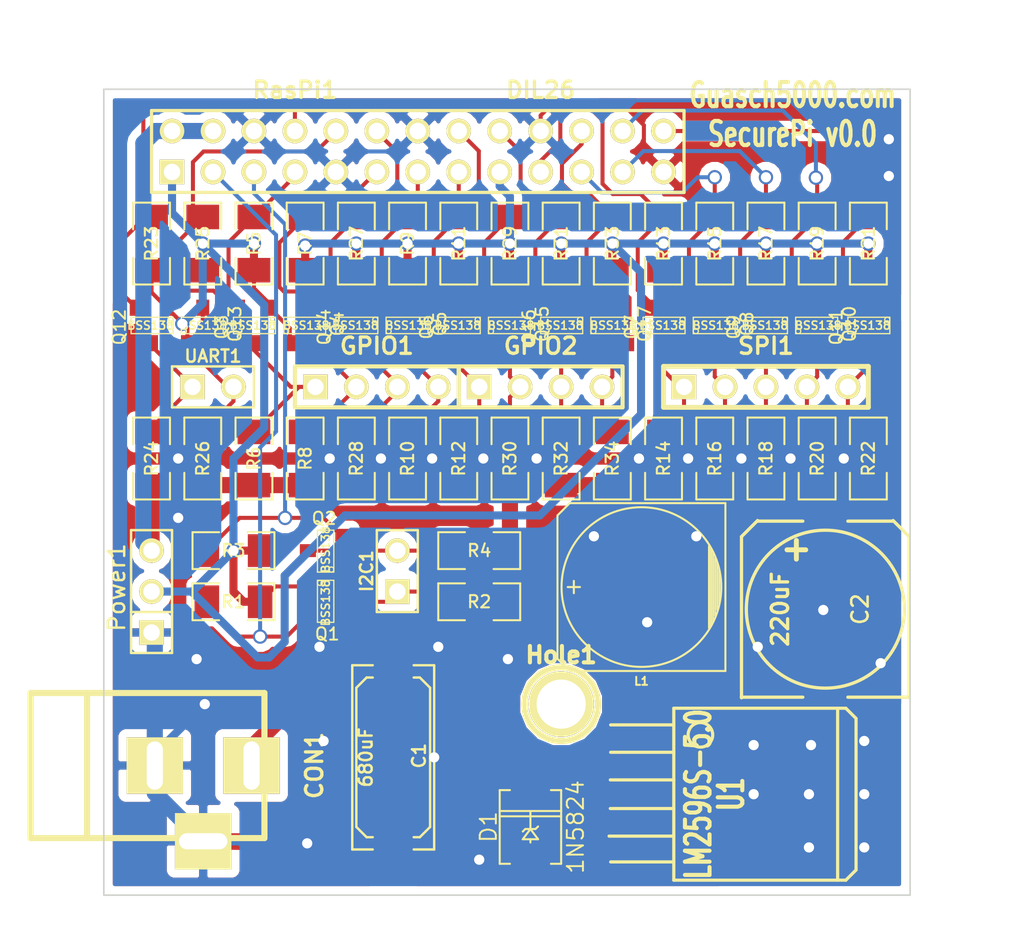
<source format=kicad_pcb>
(kicad_pcb (version 3) (host pcbnew "(2013-07-07 BZR 4022)-stable")
  (layers (15 F.Cu signal) (0 B.Cu signal) (18 B.Paste user) (19 F.Paste user) (20 B.SilkS user) (21 F.SilkS user) (22 B.Mask user) (23 F.Mask user) (28 Edge.Cuts user))
  (net 0 "")
  (net 1 3V3)
  (net 2 5V)
  (net 3 CE0)
  (net 4 CE1)
  (net 5 GND)
  (net 6 "GPIO 17")
  (net 7 "GPIO 18")
  (net 8 "GPIO 22")
  (net 9 "GPIO 23")
  (net 10 "GPIO 24")
  (net 11 "GPIO 25")
  (net 12 "GPIO 27")
  (net 13 "GPIO 4")
  (net 14 LS-CE0)
  (net 15 LS-CE1)
  (net 16 "LS-GPIO 17")
  (net 17 "LS-GPIO 18")
  (net 18 "LS-GPIO 22")
  (net 19 "LS-GPIO 23")
  (net 20 "LS-GPIO 24")
  (net 21 "LS-GPIO 25")
  (net 22 "LS-GPIO 27")
  (net 23 "LS-GPIO 4")
  (net 24 LS-MISO)
  (net 25 LS-MOSI)
  (net 26 LS-RX)
  (net 27 LS-SCL)
  (net 28 LS-SCLK)
  (net 29 LS-SDA)
  (net 30 LS-TX)
  (net 31 MISO)
  (net 32 MOSI)
  (net 33 RX)
  (net 34 SCL)
  (net 35 SCLK)
  (net 36 SDA)
  (net 37 TX)
  (net 38 Vin)
  (net 39 Vout)
  (module SM1206 (layer F.Cu) (at 85.09 46.99 90)
    (fp_text reference R12 (at 0 0 90) (layer F.SilkS) (effects (font (size 0.762 0.762) (thickness 0.127))))
    (fp_text value 10k hide)
    (pad 1 smd rect (at -1.651 0 90) (size 1.524 2.032) (layers F.Cu F.Paste F.Mask) (net 2 5V))
    (pad 2 smd rect (at 1.651 0 90) (size 1.524 2.032) (layers F.Cu F.Paste F.Mask) (net 18 "LS-GPIO 22"))
  )
  (module TO263-5 (layer F.Cu) (at 96.012 67.818 270)
    (fp_text reference U1 (at 0 -5.969 270) (layer F.SilkS) (effects (font (size 1.524 1.016) (thickness 0.254))))
    (fp_text value LM2596S-5.0 (at 0 -3.937 270) (layer F.SilkS) (effects (font (size 1.524 1.016) (thickness 0.254))))
    (pad 2 smd rect (at -1.69926 0 270) (size 1.143 2.286) (layers F.Cu F.Paste F.Mask) (net 39 Vout))
    (pad 3 smd rect (at 0 -10.795 270) (size 10.80008 9.99998) (layers F.Cu F.Paste F.Mask) (net 5 GND))
    (pad 4 smd rect (at 1.69926 0 270) (size 1.143 2.286) (layers F.Cu F.Paste F.Mask) (net 2 5V))
    (pad 3 smd rect (at 0 0 270) (size 1.143 2.286) (layers F.Cu F.Paste F.Mask) (net 5 GND))
    (pad 1 smd rect (at -3.40106 0 270) (size 1.143 2.286) (layers F.Cu F.Paste F.Mask) (net 38 Vin))
    (pad 5 smd rect (at 3.40106 0 270) (size 1.143 2.286) (layers F.Cu F.Paste F.Mask) (net 5 GND))
  )
  (module SOT23 (layer F.Cu) (at 75.565 38.735)
    (fp_text reference Q4 (at 1.99898 -0.09906 90) (layer F.SilkS) (effects (font (size 0.762 0.762) (thickness 0.11938))))
    (fp_text value BSS138 (at 0.0635 0) (layer F.SilkS) (effects (font (size 0.50038 0.50038) (thickness 0.09906))))
    (pad 3 smd rect (at 0 -1.09982) (size 0.8001 1.00076) (layers F.Cu F.Paste F.Mask) (net 16 "LS-GPIO 17"))
    (pad 2 smd rect (at 0.9525 1.09982) (size 0.8001 1.00076) (layers F.Cu F.Paste F.Mask) (net 6 "GPIO 17"))
    (pad 1 smd rect (at -0.9525 1.09982) (size 0.8001 1.00076) (layers F.Cu F.Paste F.Mask) (net 1 3V3))
  )
  (module SOT23 (layer F.Cu) (at 107.315 38.735)
    (fp_text reference Q10 (at 1.99898 -0.09906 90) (layer F.SilkS) (effects (font (size 0.762 0.762) (thickness 0.11938))))
    (fp_text value BSS138 (at 0.0635 0) (layer F.SilkS) (effects (font (size 0.50038 0.50038) (thickness 0.09906))))
    (pad 3 smd rect (at 0 -1.09982) (size 0.8001 1.00076) (layers F.Cu F.Paste F.Mask) (net 14 LS-CE0))
    (pad 2 smd rect (at 0.9525 1.09982) (size 0.8001 1.00076) (layers F.Cu F.Paste F.Mask) (net 3 CE0))
    (pad 1 smd rect (at -0.9525 1.09982) (size 0.8001 1.00076) (layers F.Cu F.Paste F.Mask) (net 1 3V3))
  )
  (module SOT23 (layer F.Cu) (at 104.14 38.735 180)
    (fp_text reference Q9 (at 1.99898 -0.09906 270) (layer F.SilkS) (effects (font (size 0.762 0.762) (thickness 0.11938))))
    (fp_text value BSS138 (at 0.0635 0 180) (layer F.SilkS) (effects (font (size 0.50038 0.50038) (thickness 0.09906))))
    (pad 3 smd rect (at 0 -1.09982 180) (size 0.8001 1.00076) (layers F.Cu F.Paste F.Mask) (net 28 LS-SCLK))
    (pad 2 smd rect (at 0.9525 1.09982 180) (size 0.8001 1.00076) (layers F.Cu F.Paste F.Mask) (net 35 SCLK))
    (pad 1 smd rect (at -0.9525 1.09982 180) (size 0.8001 1.00076) (layers F.Cu F.Paste F.Mask) (net 1 3V3))
  )
  (module SOT23 (layer F.Cu) (at 110.49 38.735 180)
    (fp_text reference Q11 (at 1.99898 -0.09906 270) (layer F.SilkS) (effects (font (size 0.762 0.762) (thickness 0.11938))))
    (fp_text value BSS138 (at 0.0635 0 180) (layer F.SilkS) (effects (font (size 0.50038 0.50038) (thickness 0.09906))))
    (pad 3 smd rect (at 0 -1.09982 180) (size 0.8001 1.00076) (layers F.Cu F.Paste F.Mask) (net 15 LS-CE1))
    (pad 2 smd rect (at 0.9525 1.09982 180) (size 0.8001 1.00076) (layers F.Cu F.Paste F.Mask) (net 4 CE1))
    (pad 1 smd rect (at -0.9525 1.09982 180) (size 0.8001 1.00076) (layers F.Cu F.Paste F.Mask) (net 1 3V3))
  )
  (module SOT23 (layer F.Cu) (at 100.965 38.735)
    (fp_text reference Q8 (at 1.99898 -0.09906 90) (layer F.SilkS) (effects (font (size 0.762 0.762) (thickness 0.11938))))
    (fp_text value BSS138 (at 0.0635 0) (layer F.SilkS) (effects (font (size 0.50038 0.50038) (thickness 0.09906))))
    (pad 3 smd rect (at 0 -1.09982) (size 0.8001 1.00076) (layers F.Cu F.Paste F.Mask) (net 24 LS-MISO))
    (pad 2 smd rect (at 0.9525 1.09982) (size 0.8001 1.00076) (layers F.Cu F.Paste F.Mask) (net 31 MISO))
    (pad 1 smd rect (at -0.9525 1.09982) (size 0.8001 1.00076) (layers F.Cu F.Paste F.Mask) (net 1 3V3))
  )
  (module SOT23 (layer F.Cu) (at 66.04 38.735 180)
    (fp_text reference Q12 (at 1.99898 -0.09906 270) (layer F.SilkS) (effects (font (size 0.762 0.762) (thickness 0.11938))))
    (fp_text value BSS138 (at 0.0635 0 180) (layer F.SilkS) (effects (font (size 0.50038 0.50038) (thickness 0.09906))))
    (pad 3 smd rect (at 0 -1.09982 180) (size 0.8001 1.00076) (layers F.Cu F.Paste F.Mask) (net 30 LS-TX))
    (pad 2 smd rect (at 0.9525 1.09982 180) (size 0.8001 1.00076) (layers F.Cu F.Paste F.Mask) (net 37 TX))
    (pad 1 smd rect (at -0.9525 1.09982 180) (size 0.8001 1.00076) (layers F.Cu F.Paste F.Mask) (net 1 3V3))
  )
  (module SOT23 (layer F.Cu) (at 97.79 38.735 180)
    (fp_text reference Q7 (at 1.99898 -0.09906 270) (layer F.SilkS) (effects (font (size 0.762 0.762) (thickness 0.11938))))
    (fp_text value BSS138 (at 0.0635 0 180) (layer F.SilkS) (effects (font (size 0.50038 0.50038) (thickness 0.09906))))
    (pad 3 smd rect (at 0 -1.09982 180) (size 0.8001 1.00076) (layers F.Cu F.Paste F.Mask) (net 25 LS-MOSI))
    (pad 2 smd rect (at 0.9525 1.09982 180) (size 0.8001 1.00076) (layers F.Cu F.Paste F.Mask) (net 32 MOSI))
    (pad 1 smd rect (at -0.9525 1.09982 180) (size 0.8001 1.00076) (layers F.Cu F.Paste F.Mask) (net 1 3V3))
  )
  (module SOT23 (layer F.Cu) (at 85.09 38.735 180)
    (fp_text reference Q6 (at 1.99898 -0.09906 270) (layer F.SilkS) (effects (font (size 0.762 0.762) (thickness 0.11938))))
    (fp_text value BSS138 (at 0.0635 0 180) (layer F.SilkS) (effects (font (size 0.50038 0.50038) (thickness 0.09906))))
    (pad 3 smd rect (at 0 -1.09982 180) (size 0.8001 1.00076) (layers F.Cu F.Paste F.Mask) (net 18 "LS-GPIO 22"))
    (pad 2 smd rect (at 0.9525 1.09982 180) (size 0.8001 1.00076) (layers F.Cu F.Paste F.Mask) (net 8 "GPIO 22"))
    (pad 1 smd rect (at -0.9525 1.09982 180) (size 0.8001 1.00076) (layers F.Cu F.Paste F.Mask) (net 1 3V3))
  )
  (module SOT23 (layer F.Cu) (at 69.215 38.735)
    (fp_text reference Q13 (at 1.99898 -0.09906 90) (layer F.SilkS) (effects (font (size 0.762 0.762) (thickness 0.11938))))
    (fp_text value BSS138 (at 0.0635 0) (layer F.SilkS) (effects (font (size 0.50038 0.50038) (thickness 0.09906))))
    (pad 3 smd rect (at 0 -1.09982) (size 0.8001 1.00076) (layers F.Cu F.Paste F.Mask) (net 26 LS-RX))
    (pad 2 smd rect (at 0.9525 1.09982) (size 0.8001 1.00076) (layers F.Cu F.Paste F.Mask) (net 33 RX))
    (pad 1 smd rect (at -0.9525 1.09982) (size 0.8001 1.00076) (layers F.Cu F.Paste F.Mask) (net 1 3V3))
  )
  (module SOT23 (layer F.Cu) (at 81.915 38.735)
    (fp_text reference Q5 (at 1.99898 -0.09906 90) (layer F.SilkS) (effects (font (size 0.762 0.762) (thickness 0.11938))))
    (fp_text value BSS138 (at 0.0635 0) (layer F.SilkS) (effects (font (size 0.50038 0.50038) (thickness 0.09906))))
    (pad 3 smd rect (at 0 -1.09982) (size 0.8001 1.00076) (layers F.Cu F.Paste F.Mask) (net 22 "LS-GPIO 27"))
    (pad 2 smd rect (at 0.9525 1.09982) (size 0.8001 1.00076) (layers F.Cu F.Paste F.Mask) (net 12 "GPIO 27"))
    (pad 1 smd rect (at -0.9525 1.09982) (size 0.8001 1.00076) (layers F.Cu F.Paste F.Mask) (net 1 3V3))
  )
  (module SOT23 (layer F.Cu) (at 78.74 38.735 180)
    (fp_text reference Q14 (at 1.99898 -0.09906 270) (layer F.SilkS) (effects (font (size 0.762 0.762) (thickness 0.11938))))
    (fp_text value BSS138 (at 0.0635 0 180) (layer F.SilkS) (effects (font (size 0.50038 0.50038) (thickness 0.09906))))
    (pad 3 smd rect (at 0 -1.09982 180) (size 0.8001 1.00076) (layers F.Cu F.Paste F.Mask) (net 17 "LS-GPIO 18"))
    (pad 2 smd rect (at 0.9525 1.09982 180) (size 0.8001 1.00076) (layers F.Cu F.Paste F.Mask) (net 7 "GPIO 18"))
    (pad 1 smd rect (at -0.9525 1.09982 180) (size 0.8001 1.00076) (layers F.Cu F.Paste F.Mask) (net 1 3V3))
  )
  (module SOT23 (layer F.Cu) (at 88.265 38.735)
    (fp_text reference Q15 (at 1.99898 -0.09906 90) (layer F.SilkS) (effects (font (size 0.762 0.762) (thickness 0.11938))))
    (fp_text value BSS138 (at 0.0635 0) (layer F.SilkS) (effects (font (size 0.50038 0.50038) (thickness 0.09906))))
    (pad 3 smd rect (at 0 -1.09982) (size 0.8001 1.00076) (layers F.Cu F.Paste F.Mask) (net 19 "LS-GPIO 23"))
    (pad 2 smd rect (at 0.9525 1.09982) (size 0.8001 1.00076) (layers F.Cu F.Paste F.Mask) (net 9 "GPIO 23"))
    (pad 1 smd rect (at -0.9525 1.09982) (size 0.8001 1.00076) (layers F.Cu F.Paste F.Mask) (net 1 3V3))
  )
  (module SOT23 (layer F.Cu) (at 94.615 38.735)
    (fp_text reference Q17 (at 1.99898 -0.09906 90) (layer F.SilkS) (effects (font (size 0.762 0.762) (thickness 0.11938))))
    (fp_text value BSS138 (at 0.0635 0) (layer F.SilkS) (effects (font (size 0.50038 0.50038) (thickness 0.09906))))
    (pad 3 smd rect (at 0 -1.09982) (size 0.8001 1.00076) (layers F.Cu F.Paste F.Mask) (net 21 "LS-GPIO 25"))
    (pad 2 smd rect (at 0.9525 1.09982) (size 0.8001 1.00076) (layers F.Cu F.Paste F.Mask) (net 11 "GPIO 25"))
    (pad 1 smd rect (at -0.9525 1.09982) (size 0.8001 1.00076) (layers F.Cu F.Paste F.Mask) (net 1 3V3))
  )
  (module SOT23 (layer F.Cu) (at 91.44 38.735 180)
    (fp_text reference Q16 (at 1.99898 -0.09906 270) (layer F.SilkS) (effects (font (size 0.762 0.762) (thickness 0.11938))))
    (fp_text value BSS138 (at 0.0635 0 180) (layer F.SilkS) (effects (font (size 0.50038 0.50038) (thickness 0.09906))))
    (pad 3 smd rect (at 0 -1.09982 180) (size 0.8001 1.00076) (layers F.Cu F.Paste F.Mask) (net 20 "LS-GPIO 24"))
    (pad 2 smd rect (at 0.9525 1.09982 180) (size 0.8001 1.00076) (layers F.Cu F.Paste F.Mask) (net 10 "GPIO 24"))
    (pad 1 smd rect (at -0.9525 1.09982 180) (size 0.8001 1.00076) (layers F.Cu F.Paste F.Mask) (net 1 3V3))
  )
  (module SOT23 (layer F.Cu) (at 76.835 52.705 90)
    (fp_text reference Q2 (at 1.99898 -0.09906 180) (layer F.SilkS) (effects (font (size 0.762 0.762) (thickness 0.11938))))
    (fp_text value BSS138 (at 0.0635 0 90) (layer F.SilkS) (effects (font (size 0.50038 0.50038) (thickness 0.09906))))
    (pad 3 smd rect (at 0 -1.09982 90) (size 0.8001 1.00076) (layers F.Cu F.Paste F.Mask) (net 27 LS-SCL))
    (pad 2 smd rect (at 0.9525 1.09982 90) (size 0.8001 1.00076) (layers F.Cu F.Paste F.Mask) (net 34 SCL))
    (pad 1 smd rect (at -0.9525 1.09982 90) (size 0.8001 1.00076) (layers F.Cu F.Paste F.Mask) (net 1 3V3))
  )
  (module SOT23 (layer F.Cu) (at 72.39 38.735 180)
    (fp_text reference Q3 (at 1.99898 -0.09906 270) (layer F.SilkS) (effects (font (size 0.762 0.762) (thickness 0.11938))))
    (fp_text value BSS138 (at 0.0635 0 180) (layer F.SilkS) (effects (font (size 0.50038 0.50038) (thickness 0.09906))))
    (pad 3 smd rect (at 0 -1.09982 180) (size 0.8001 1.00076) (layers F.Cu F.Paste F.Mask) (net 23 "LS-GPIO 4"))
    (pad 2 smd rect (at 0.9525 1.09982 180) (size 0.8001 1.00076) (layers F.Cu F.Paste F.Mask) (net 13 "GPIO 4"))
    (pad 1 smd rect (at -0.9525 1.09982 180) (size 0.8001 1.00076) (layers F.Cu F.Paste F.Mask) (net 1 3V3))
  )
  (module SOT23 (layer F.Cu) (at 76.835 55.88 270)
    (fp_text reference Q1 (at 1.99898 -0.09906 360) (layer F.SilkS) (effects (font (size 0.762 0.762) (thickness 0.11938))))
    (fp_text value BSS138 (at 0.0635 0 270) (layer F.SilkS) (effects (font (size 0.50038 0.50038) (thickness 0.09906))))
    (pad 3 smd rect (at 0 -1.09982 270) (size 0.8001 1.00076) (layers F.Cu F.Paste F.Mask) (net 29 LS-SDA))
    (pad 2 smd rect (at 0.9525 1.09982 270) (size 0.8001 1.00076) (layers F.Cu F.Paste F.Mask) (net 36 SDA))
    (pad 1 smd rect (at -0.9525 1.09982 270) (size 0.8001 1.00076) (layers F.Cu F.Paste F.Mask) (net 1 3V3))
  )
  (module SM1206 (layer F.Cu) (at 69.215 33.655 90)
    (fp_text reference R25 (at 0 0 90) (layer F.SilkS) (effects (font (size 0.762 0.762) (thickness 0.127))))
    (fp_text value 10k hide)
    (pad 1 smd rect (at -1.651 0 90) (size 1.524 2.032) (layers F.Cu F.Paste F.Mask) (net 1 3V3))
    (pad 2 smd rect (at 1.651 0 90) (size 1.524 2.032) (layers F.Cu F.Paste F.Mask) (net 33 RX))
  )
  (module SM1206 (layer F.Cu) (at 110.49 33.655 90)
    (fp_text reference R21 (at 0 0 90) (layer F.SilkS) (effects (font (size 0.762 0.762) (thickness 0.127))))
    (fp_text value 10k hide)
    (pad 1 smd rect (at -1.651 0 90) (size 1.524 2.032) (layers F.Cu F.Paste F.Mask) (net 1 3V3))
    (pad 2 smd rect (at 1.651 0 90) (size 1.524 2.032) (layers F.Cu F.Paste F.Mask) (net 4 CE1))
  )
  (module SM1206 (layer F.Cu) (at 94.615 46.99 90)
    (fp_text reference R34 (at 0 0 90) (layer F.SilkS) (effects (font (size 0.762 0.762) (thickness 0.127))))
    (fp_text value 10k hide)
    (pad 1 smd rect (at -1.651 0 90) (size 1.524 2.032) (layers F.Cu F.Paste F.Mask) (net 2 5V))
    (pad 2 smd rect (at 1.651 0 90) (size 1.524 2.032) (layers F.Cu F.Paste F.Mask) (net 21 "LS-GPIO 25"))
  )
  (module SM1206 (layer F.Cu) (at 110.49 46.99 90)
    (fp_text reference R22 (at 0 0 90) (layer F.SilkS) (effects (font (size 0.762 0.762) (thickness 0.127))))
    (fp_text value 10k hide)
    (pad 1 smd rect (at -1.651 0 90) (size 1.524 2.032) (layers F.Cu F.Paste F.Mask) (net 2 5V))
    (pad 2 smd rect (at 1.651 0 90) (size 1.524 2.032) (layers F.Cu F.Paste F.Mask) (net 15 LS-CE1))
  )
  (module SM1206 (layer F.Cu) (at 94.615 33.655 90)
    (fp_text reference R33 (at 0 0 90) (layer F.SilkS) (effects (font (size 0.762 0.762) (thickness 0.127))))
    (fp_text value 10k hide)
    (pad 1 smd rect (at -1.651 0 90) (size 1.524 2.032) (layers F.Cu F.Paste F.Mask) (net 1 3V3))
    (pad 2 smd rect (at 1.651 0 90) (size 1.524 2.032) (layers F.Cu F.Paste F.Mask) (net 11 "GPIO 25"))
  )
  (module SM1206 (layer F.Cu) (at 66.04 33.655 90)
    (fp_text reference R23 (at 0 0 90) (layer F.SilkS) (effects (font (size 0.762 0.762) (thickness 0.127))))
    (fp_text value 10k hide)
    (pad 1 smd rect (at -1.651 0 90) (size 1.524 2.032) (layers F.Cu F.Paste F.Mask) (net 1 3V3))
    (pad 2 smd rect (at 1.651 0 90) (size 1.524 2.032) (layers F.Cu F.Paste F.Mask) (net 37 TX))
  )
  (module SM1206 (layer F.Cu) (at 66.04 46.99 90)
    (fp_text reference R24 (at 0 0 90) (layer F.SilkS) (effects (font (size 0.762 0.762) (thickness 0.127))))
    (fp_text value 10k hide)
    (pad 1 smd rect (at -1.651 0 90) (size 1.524 2.032) (layers F.Cu F.Paste F.Mask) (net 2 5V))
    (pad 2 smd rect (at 1.651 0 90) (size 1.524 2.032) (layers F.Cu F.Paste F.Mask) (net 30 LS-TX))
  )
  (module SM1206 (layer F.Cu) (at 88.265 46.99 90)
    (fp_text reference R30 (at 0 0 90) (layer F.SilkS) (effects (font (size 0.762 0.762) (thickness 0.127))))
    (fp_text value 10k hide)
    (pad 1 smd rect (at -1.651 0 90) (size 1.524 2.032) (layers F.Cu F.Paste F.Mask) (net 2 5V))
    (pad 2 smd rect (at 1.651 0 90) (size 1.524 2.032) (layers F.Cu F.Paste F.Mask) (net 19 "LS-GPIO 23"))
  )
  (module SM1206 (layer F.Cu) (at 91.44 46.99 90)
    (fp_text reference R32 (at 0 0 90) (layer F.SilkS) (effects (font (size 0.762 0.762) (thickness 0.127))))
    (fp_text value 10k hide)
    (pad 1 smd rect (at -1.651 0 90) (size 1.524 2.032) (layers F.Cu F.Paste F.Mask) (net 2 5V))
    (pad 2 smd rect (at 1.651 0 90) (size 1.524 2.032) (layers F.Cu F.Paste F.Mask) (net 20 "LS-GPIO 24"))
  )
  (module SM1206 (layer F.Cu) (at 69.215 46.99 90)
    (fp_text reference R26 (at 0 0 90) (layer F.SilkS) (effects (font (size 0.762 0.762) (thickness 0.127))))
    (fp_text value 10k hide)
    (pad 1 smd rect (at -1.651 0 90) (size 1.524 2.032) (layers F.Cu F.Paste F.Mask) (net 2 5V))
    (pad 2 smd rect (at 1.651 0 90) (size 1.524 2.032) (layers F.Cu F.Paste F.Mask) (net 26 LS-RX))
  )
  (module SM1206 (layer F.Cu) (at 78.74 33.655 90)
    (fp_text reference R27 (at 0 0 90) (layer F.SilkS) (effects (font (size 0.762 0.762) (thickness 0.127))))
    (fp_text value 10k hide)
    (pad 1 smd rect (at -1.651 0 90) (size 1.524 2.032) (layers F.Cu F.Paste F.Mask) (net 1 3V3))
    (pad 2 smd rect (at 1.651 0 90) (size 1.524 2.032) (layers F.Cu F.Paste F.Mask) (net 7 "GPIO 18"))
  )
  (module SM1206 (layer F.Cu) (at 104.14 46.99 90)
    (fp_text reference R18 (at 0 0 90) (layer F.SilkS) (effects (font (size 0.762 0.762) (thickness 0.127))))
    (fp_text value 10k hide)
    (pad 1 smd rect (at -1.651 0 90) (size 1.524 2.032) (layers F.Cu F.Paste F.Mask) (net 2 5V))
    (pad 2 smd rect (at 1.651 0 90) (size 1.524 2.032) (layers F.Cu F.Paste F.Mask) (net 28 LS-SCLK))
  )
  (module SM1206 (layer F.Cu) (at 78.74 46.99 90)
    (fp_text reference R28 (at 0 0 90) (layer F.SilkS) (effects (font (size 0.762 0.762) (thickness 0.127))))
    (fp_text value 10k hide)
    (pad 1 smd rect (at -1.651 0 90) (size 1.524 2.032) (layers F.Cu F.Paste F.Mask) (net 2 5V))
    (pad 2 smd rect (at 1.651 0 90) (size 1.524 2.032) (layers F.Cu F.Paste F.Mask) (net 17 "LS-GPIO 18"))
  )
  (module SM1206 (layer F.Cu) (at 88.265 33.655 90)
    (fp_text reference R29 (at 0 0 90) (layer F.SilkS) (effects (font (size 0.762 0.762) (thickness 0.127))))
    (fp_text value 10k hide)
    (pad 1 smd rect (at -1.651 0 90) (size 1.524 2.032) (layers F.Cu F.Paste F.Mask) (net 1 3V3))
    (pad 2 smd rect (at 1.651 0 90) (size 1.524 2.032) (layers F.Cu F.Paste F.Mask) (net 9 "GPIO 23"))
  )
  (module SM1206 (layer F.Cu) (at 91.44 33.655 90)
    (fp_text reference R31 (at 0 0 90) (layer F.SilkS) (effects (font (size 0.762 0.762) (thickness 0.127))))
    (fp_text value 10k hide)
    (pad 1 smd rect (at -1.651 0 90) (size 1.524 2.032) (layers F.Cu F.Paste F.Mask) (net 1 3V3))
    (pad 2 smd rect (at 1.651 0 90) (size 1.524 2.032) (layers F.Cu F.Paste F.Mask) (net 10 "GPIO 24"))
  )
  (module SM1206 (layer F.Cu) (at 107.315 33.655 90)
    (fp_text reference R19 (at 0 0 90) (layer F.SilkS) (effects (font (size 0.762 0.762) (thickness 0.127))))
    (fp_text value 10k hide)
    (pad 1 smd rect (at -1.651 0 90) (size 1.524 2.032) (layers F.Cu F.Paste F.Mask) (net 1 3V3))
    (pad 2 smd rect (at 1.651 0 90) (size 1.524 2.032) (layers F.Cu F.Paste F.Mask) (net 3 CE0))
  )
  (module SM1206 (layer F.Cu) (at 71.12 52.705 180)
    (fp_text reference R3 (at 0 0 180) (layer F.SilkS) (effects (font (size 0.762 0.762) (thickness 0.127))))
    (fp_text value 10k hide)
    (pad 1 smd rect (at -1.651 0 180) (size 1.524 2.032) (layers F.Cu F.Paste F.Mask) (net 1 3V3))
    (pad 2 smd rect (at 1.651 0 180) (size 1.524 2.032) (layers F.Cu F.Paste F.Mask) (net 34 SCL))
  )
  (module SM1206 (layer F.Cu) (at 86.36 52.705 180)
    (fp_text reference R4 (at 0 0 180) (layer F.SilkS) (effects (font (size 0.762 0.762) (thickness 0.127))))
    (fp_text value 10k hide)
    (pad 1 smd rect (at -1.651 0 180) (size 1.524 2.032) (layers F.Cu F.Paste F.Mask) (net 2 5V))
    (pad 2 smd rect (at 1.651 0 180) (size 1.524 2.032) (layers F.Cu F.Paste F.Mask) (net 27 LS-SCL))
  )
  (module SM1206 (layer F.Cu) (at 71.12 55.88 180)
    (fp_text reference R1 (at 0 0 180) (layer F.SilkS) (effects (font (size 0.762 0.762) (thickness 0.127))))
    (fp_text value 10k hide)
    (pad 1 smd rect (at -1.651 0 180) (size 1.524 2.032) (layers F.Cu F.Paste F.Mask) (net 1 3V3))
    (pad 2 smd rect (at 1.651 0 180) (size 1.524 2.032) (layers F.Cu F.Paste F.Mask) (net 36 SDA))
  )
  (module SM1206 (layer F.Cu) (at 86.36 55.88 180)
    (fp_text reference R2 (at 0 0 180) (layer F.SilkS) (effects (font (size 0.762 0.762) (thickness 0.127))))
    (fp_text value 10k hide)
    (pad 1 smd rect (at -1.651 0 180) (size 1.524 2.032) (layers F.Cu F.Paste F.Mask) (net 2 5V))
    (pad 2 smd rect (at 1.651 0 180) (size 1.524 2.032) (layers F.Cu F.Paste F.Mask) (net 29 LS-SDA))
  )
  (module SM1206 (layer F.Cu) (at 72.39 33.655 90)
    (fp_text reference R5 (at 0 0 90) (layer F.SilkS) (effects (font (size 0.762 0.762) (thickness 0.127))))
    (fp_text value 10k hide)
    (pad 1 smd rect (at -1.651 0 90) (size 1.524 2.032) (layers F.Cu F.Paste F.Mask) (net 1 3V3))
    (pad 2 smd rect (at 1.651 0 90) (size 1.524 2.032) (layers F.Cu F.Paste F.Mask) (net 13 "GPIO 4"))
  )
  (module SM1206 (layer F.Cu) (at 72.39 46.99 90)
    (fp_text reference R6 (at 0 0 90) (layer F.SilkS) (effects (font (size 0.762 0.762) (thickness 0.127))))
    (fp_text value 10k hide)
    (pad 1 smd rect (at -1.651 0 90) (size 1.524 2.032) (layers F.Cu F.Paste F.Mask) (net 2 5V))
    (pad 2 smd rect (at 1.651 0 90) (size 1.524 2.032) (layers F.Cu F.Paste F.Mask) (net 23 "LS-GPIO 4"))
  )
  (module SM1206 (layer F.Cu) (at 75.565 33.655 90)
    (fp_text reference R7 (at 0 0 90) (layer F.SilkS) (effects (font (size 0.762 0.762) (thickness 0.127))))
    (fp_text value 10k hide)
    (pad 1 smd rect (at -1.651 0 90) (size 1.524 2.032) (layers F.Cu F.Paste F.Mask) (net 1 3V3))
    (pad 2 smd rect (at 1.651 0 90) (size 1.524 2.032) (layers F.Cu F.Paste F.Mask) (net 6 "GPIO 17"))
  )
  (module SM1206 (layer F.Cu) (at 75.565 46.99 90)
    (fp_text reference R8 (at 0 0 90) (layer F.SilkS) (effects (font (size 0.762 0.762) (thickness 0.127))))
    (fp_text value 10k hide)
    (pad 1 smd rect (at -1.651 0 90) (size 1.524 2.032) (layers F.Cu F.Paste F.Mask) (net 2 5V))
    (pad 2 smd rect (at 1.651 0 90) (size 1.524 2.032) (layers F.Cu F.Paste F.Mask) (net 16 "LS-GPIO 17"))
  )
  (module SM1206 (layer F.Cu) (at 81.915 33.655 90)
    (fp_text reference R9 (at 0 0 90) (layer F.SilkS) (effects (font (size 0.762 0.762) (thickness 0.127))))
    (fp_text value 10k hide)
    (pad 1 smd rect (at -1.651 0 90) (size 1.524 2.032) (layers F.Cu F.Paste F.Mask) (net 1 3V3))
    (pad 2 smd rect (at 1.651 0 90) (size 1.524 2.032) (layers F.Cu F.Paste F.Mask) (net 12 "GPIO 27"))
  )
  (module SM1206 (layer F.Cu) (at 85.09 33.655 90)
    (fp_text reference R11 (at 0 0 90) (layer F.SilkS) (effects (font (size 0.762 0.762) (thickness 0.127))))
    (fp_text value 10k hide)
    (pad 1 smd rect (at -1.651 0 90) (size 1.524 2.032) (layers F.Cu F.Paste F.Mask) (net 1 3V3))
    (pad 2 smd rect (at 1.651 0 90) (size 1.524 2.032) (layers F.Cu F.Paste F.Mask) (net 8 "GPIO 22"))
  )
  (module SM1206 (layer F.Cu) (at 97.79 33.655 90)
    (fp_text reference R13 (at 0 0 90) (layer F.SilkS) (effects (font (size 0.762 0.762) (thickness 0.127))))
    (fp_text value 10k hide)
    (pad 1 smd rect (at -1.651 0 90) (size 1.524 2.032) (layers F.Cu F.Paste F.Mask) (net 1 3V3))
    (pad 2 smd rect (at 1.651 0 90) (size 1.524 2.032) (layers F.Cu F.Paste F.Mask) (net 32 MOSI))
  )
  (module SM1206 (layer F.Cu) (at 97.79 46.99 90)
    (fp_text reference R14 (at 0 0 90) (layer F.SilkS) (effects (font (size 0.762 0.762) (thickness 0.127))))
    (fp_text value 10k hide)
    (pad 1 smd rect (at -1.651 0 90) (size 1.524 2.032) (layers F.Cu F.Paste F.Mask) (net 2 5V))
    (pad 2 smd rect (at 1.651 0 90) (size 1.524 2.032) (layers F.Cu F.Paste F.Mask) (net 25 LS-MOSI))
  )
  (module SM1206 (layer F.Cu) (at 100.965 46.99 90)
    (fp_text reference R16 (at 0 0 90) (layer F.SilkS) (effects (font (size 0.762 0.762) (thickness 0.127))))
    (fp_text value 10k hide)
    (pad 1 smd rect (at -1.651 0 90) (size 1.524 2.032) (layers F.Cu F.Paste F.Mask) (net 2 5V))
    (pad 2 smd rect (at 1.651 0 90) (size 1.524 2.032) (layers F.Cu F.Paste F.Mask) (net 24 LS-MISO))
  )
  (module SM1206 (layer F.Cu) (at 100.965 33.655 90)
    (fp_text reference R15 (at 0 0 90) (layer F.SilkS) (effects (font (size 0.762 0.762) (thickness 0.127))))
    (fp_text value 10k hide)
    (pad 1 smd rect (at -1.651 0 90) (size 1.524 2.032) (layers F.Cu F.Paste F.Mask) (net 1 3V3))
    (pad 2 smd rect (at 1.651 0 90) (size 1.524 2.032) (layers F.Cu F.Paste F.Mask) (net 31 MISO))
  )
  (module SM1206 (layer F.Cu) (at 104.14 33.655 90)
    (fp_text reference R17 (at 0 0 90) (layer F.SilkS) (effects (font (size 0.762 0.762) (thickness 0.127))))
    (fp_text value 10k hide)
    (pad 1 smd rect (at -1.651 0 90) (size 1.524 2.032) (layers F.Cu F.Paste F.Mask) (net 1 3V3))
    (pad 2 smd rect (at 1.651 0 90) (size 1.524 2.032) (layers F.Cu F.Paste F.Mask) (net 35 SCLK))
  )
  (module SM1206 (layer F.Cu) (at 81.915 46.99 90)
    (fp_text reference R10 (at 0 0 90) (layer F.SilkS) (effects (font (size 0.762 0.762) (thickness 0.127))))
    (fp_text value 10k hide)
    (pad 1 smd rect (at -1.651 0 90) (size 1.524 2.032) (layers F.Cu F.Paste F.Mask) (net 2 5V))
    (pad 2 smd rect (at 1.651 0 90) (size 1.524 2.032) (layers F.Cu F.Paste F.Mask) (net 22 "LS-GPIO 27"))
  )
  (module SM1206 (layer F.Cu) (at 107.315 46.99 90)
    (fp_text reference R20 (at 0 0 90) (layer F.SilkS) (effects (font (size 0.762 0.762) (thickness 0.127))))
    (fp_text value 10k hide)
    (pad 1 smd rect (at -1.651 0 90) (size 1.524 2.032) (layers F.Cu F.Paste F.Mask) (net 2 5V))
    (pad 2 smd rect (at 1.651 0 90) (size 1.524 2.032) (layers F.Cu F.Paste F.Mask) (net 14 LS-CE0))
  )
  (module PIN_ARRAY_5x1 (layer F.Cu) (at 104.14 42.545)
    (fp_text reference SPI1 (at 0 -2.54) (layer F.SilkS) (effects (font (size 1.016 1.016) (thickness 0.2032))))
    (fp_text value CONN_5 hide)
    (pad 1 thru_hole rect (at -5.08 0) (size 1.524 1.524) (drill 1.016) (layers *.Cu *.Mask F.SilkS) (net 25 LS-MOSI))
    (pad 2 thru_hole circle (at -2.54 0) (size 1.524 1.524) (drill 1.016) (layers *.Cu *.Mask F.SilkS) (net 24 LS-MISO))
    (pad 3 thru_hole circle (at 0 0) (size 1.524 1.524) (drill 1.016) (layers *.Cu *.Mask F.SilkS) (net 28 LS-SCLK))
    (pad 4 thru_hole circle (at 2.54 0) (size 1.524 1.524) (drill 1.016) (layers *.Cu *.Mask F.SilkS) (net 14 LS-CE0))
    (pad 5 thru_hole circle (at 5.08 0) (size 1.524 1.524) (drill 1.016) (layers *.Cu *.Mask F.SilkS) (net 15 LS-CE1))
  )
  (module PIN_ARRAY_2X1 (layer F.Cu) (at 69.85 42.545)
    (fp_text reference UART1 (at 0 -1.905) (layer F.SilkS) (effects (font (size 0.762 0.762) (thickness 0.1524))))
    (fp_text value CONN_2 hide)
    (pad 1 thru_hole rect (at -1.27 0) (size 1.524 1.524) (drill 1.016) (layers *.Cu *.Mask F.SilkS) (net 30 LS-TX))
    (pad 2 thru_hole circle (at 1.27 0) (size 1.524 1.524) (drill 1.016) (layers *.Cu *.Mask F.SilkS) (net 26 LS-RX))
  )
  (module pin_array_13x2 (layer F.Cu) (at 82.55 27.94)
    (fp_text reference RasPi1 (at -7.62 -3.81) (layer F.SilkS) (effects (font (size 1.016 1.016) (thickness 0.2032))))
    (fp_text value DIL26 (at 7.62 -3.81) (layer F.SilkS) (effects (font (size 1.016 1.016) (thickness 0.2032))))
    (pad 1 thru_hole rect (at -15.24 1.27) (size 1.524 1.524) (drill 1.016) (layers *.Cu *.Mask F.SilkS) (net 1 3V3))
    (pad 2 thru_hole circle (at -15.24 -1.27) (size 1.524 1.524) (drill 1.016) (layers *.Cu *.Mask F.SilkS) (net 2 5V))
    (pad 3 thru_hole circle (at -12.7 1.27) (size 1.524 1.524) (drill 1.016) (layers *.Cu *.Mask F.SilkS) (net 36 SDA))
    (pad 4 thru_hole circle (at -12.7 -1.27) (size 1.524 1.524) (drill 1.016) (layers *.Cu *.Mask F.SilkS) (net 2 5V))
    (pad 5 thru_hole circle (at -10.16 1.27) (size 1.524 1.524) (drill 1.016) (layers *.Cu *.Mask F.SilkS) (net 34 SCL))
    (pad 6 thru_hole circle (at -10.16 -1.27) (size 1.524 1.524) (drill 1.016) (layers *.Cu *.Mask F.SilkS) (net 5 GND))
    (pad 7 thru_hole circle (at -7.62 1.27) (size 1.524 1.524) (drill 1.016) (layers *.Cu *.Mask F.SilkS) (net 13 "GPIO 4"))
    (pad 8 thru_hole circle (at -7.62 -1.27) (size 1.524 1.524) (drill 1.016) (layers *.Cu *.Mask F.SilkS) (net 37 TX))
    (pad 9 thru_hole circle (at -5.08 1.27) (size 1.524 1.524) (drill 1.016) (layers *.Cu *.Mask F.SilkS) (net 5 GND))
    (pad 10 thru_hole circle (at -5.08 -1.27) (size 1.524 1.524) (drill 1.016) (layers *.Cu *.Mask F.SilkS) (net 33 RX))
    (pad 11 thru_hole circle (at -2.54 1.27) (size 1.524 1.524) (drill 1.016) (layers *.Cu *.Mask F.SilkS) (net 6 "GPIO 17"))
    (pad 12 thru_hole circle (at -2.54 -1.27) (size 1.524 1.524) (drill 1.016) (layers *.Cu *.Mask F.SilkS) (net 7 "GPIO 18"))
    (pad 13 thru_hole circle (at 0 1.27) (size 1.524 1.524) (drill 1.016) (layers *.Cu *.Mask F.SilkS) (net 12 "GPIO 27"))
    (pad 14 thru_hole circle (at 0 -1.27) (size 1.524 1.524) (drill 1.016) (layers *.Cu *.Mask F.SilkS) (net 5 GND))
    (pad 15 thru_hole circle (at 2.54 1.27) (size 1.524 1.524) (drill 1.016) (layers *.Cu *.Mask F.SilkS) (net 8 "GPIO 22"))
    (pad 16 thru_hole circle (at 2.54 -1.27) (size 1.524 1.524) (drill 1.016) (layers *.Cu *.Mask F.SilkS) (net 9 "GPIO 23"))
    (pad 17 thru_hole circle (at 5.08 1.27) (size 1.524 1.524) (drill 1.016) (layers *.Cu *.Mask F.SilkS) (net 1 3V3))
    (pad 18 thru_hole circle (at 5.08 -1.27) (size 1.524 1.524) (drill 1.016) (layers *.Cu *.Mask F.SilkS) (net 10 "GPIO 24"))
    (pad 19 thru_hole circle (at 7.62 1.27) (size 1.524 1.524) (drill 1.016) (layers *.Cu *.Mask F.SilkS) (net 32 MOSI))
    (pad 20 thru_hole circle (at 7.62 -1.27) (size 1.524 1.524) (drill 1.016) (layers *.Cu *.Mask F.SilkS) (net 5 GND))
    (pad 21 thru_hole circle (at 10.16 1.27) (size 1.524 1.524) (drill 1.016) (layers *.Cu *.Mask F.SilkS) (net 31 MISO))
    (pad 22 thru_hole circle (at 10.16 -1.27) (size 1.524 1.524) (drill 1.016) (layers *.Cu *.Mask F.SilkS) (net 11 "GPIO 25"))
    (pad 23 thru_hole circle (at 12.7 1.27) (size 1.524 1.524) (drill 1.016) (layers *.Cu *.Mask F.SilkS) (net 35 SCLK))
    (pad 24 thru_hole circle (at 12.7 -1.27) (size 1.524 1.524) (drill 1.016) (layers *.Cu *.Mask F.SilkS) (net 3 CE0))
    (pad 25 thru_hole circle (at 15.24 1.27) (size 1.524 1.524) (drill 1.016) (layers *.Cu *.Mask F.SilkS) (net 5 GND))
    (pad 26 thru_hole circle (at 15.24 -1.27) (size 1.524 1.524) (drill 1.016) (layers *.Cu *.Mask F.SilkS) (net 4 CE1))
  )
  (module "DO-214AA(SMB)" (layer F.Cu) (at 89.535 69.85 90)
    (fp_text reference D1 (at 0 -2.60096 90) (layer F.SilkS) (effects (font (size 1.00076 1.00076) (thickness 0.11938))))
    (fp_text value 1N5824 (at 0 2.79908 90) (layer F.SilkS) (effects (font (size 1.00076 1.00076) (thickness 0.11938))))
    (pad 1 smd rect (at -2.0066 0 90) (size 1.80086 2.19964) (layers F.Cu F.Paste F.Mask) (net 5 GND))
    (pad 2 smd rect (at 2.0066 0 90) (size 1.80086 2.19964) (layers F.Cu F.Paste F.Mask) (net 39 Vout))
  )
  (module c_elec_10x10 (layer F.Cu) (at 96.4184 54.9656 180)
    (fp_text reference L1 (at 0 -5.842 180) (layer F.SilkS) (effects (font (size 0.50038 0.50038) (thickness 0.11938))))
    (fp_text value 33uH hide)
    (pad 1 smd rect (at 4.0005 0 180) (size 4.0005 2.4003) (layers F.Cu F.Paste F.Mask) (net 39 Vout))
    (pad 2 smd rect (at -4.0005 0 180) (size 4.0005 2.4003) (layers F.Cu F.Paste F.Mask) (net 2 5V))
  )
  (module BARREL_JACK (layer F.Cu) (at 66.04 66.04)
    (fp_text reference CON1 (at 10.09904 0 90) (layer F.SilkS) (effects (font (size 1.016 1.016) (thickness 0.2032))))
    (fp_text value BARREL_JACK hide)
    (pad 1 thru_hole rect (at 6.20014 0) (size 3.50012 3.50012) (drill oval 1.00076 2.99974) (layers *.Cu *.Mask F.SilkS) (net 38 Vin))
    (pad 2 thru_hole rect (at 0.20066 0) (size 3.50012 3.50012) (drill oval 1.00076 2.99974) (layers *.Cu *.Mask F.SilkS) (net 5 GND))
    (pad 3 thru_hole rect (at 3.2004 4.699) (size 3.50012 3.50012) (drill oval 2.99974 1.00076) (layers *.Cu *.Mask F.SilkS) (net 5 GND))
  )
  (module PIN_ARRAY_3X1 (layer F.Cu) (at 66.04 55.245 90)
    (fp_text reference Power1 (at 0.254 -2.159 90) (layer F.SilkS) (effects (font (size 1.016 1.016) (thickness 0.1524))))
    (fp_text value CONN_3 hide)
    (pad 1 thru_hole rect (at -2.54 0 90) (size 1.524 1.524) (drill 1.016) (layers *.Cu *.Mask F.SilkS) (net 5 GND))
    (pad 2 thru_hole circle (at 0 0 90) (size 1.524 1.524) (drill 1.016) (layers *.Cu *.Mask F.SilkS) (net 1 3V3))
    (pad 3 thru_hole circle (at 2.54 0 90) (size 1.524 1.524) (drill 1.016) (layers *.Cu *.Mask F.SilkS) (net 2 5V))
  )
  (module 1pin (layer F.Cu) (at 91.44 62.23)
    (fp_text reference Hole1 (at 0 -3.048) (layer F.SilkS) (effects (font (size 1.016 1.016) (thickness 0.254))))
    (fp_text value CONN_1 hide)
    (pad 1 thru_hole circle (at 0 0) (size 4.064 4.064) (drill 3.048) (layers *.Cu *.Mask F.SilkS))
  )
  (module Q_49U3HMS (layer F.Cu) (at 81.026 65.532 270)
    (fp_text reference C1 (at -0.1 -1.6 270) (layer F.SilkS) (effects (font (size 0.8 0.8))))
    (fp_text value 680uF (at 0 1.7 270) (layer F.SilkS) (effects (font (size 0.8 0.8))))
    (pad 1 smd rect (at -4.699 0 270) (size 5.4991 1.99898) (layers F.Cu F.Paste F.Mask) (net 38 Vin))
    (pad 2 smd rect (at 4.699 0 270) (size 5.4991 1.99898) (layers F.Cu F.Paste F.Mask) (net 5 GND))
  )
  (module SMDSVP10 (layer F.Cu) (at 107.823 56.3372 270)
    (fp_text reference C2 (at 0 -2.159 270) (layer F.SilkS) (effects (font (size 1.016 1.00076) (thickness 0.15748))))
    (fp_text value 220uF (at 0 2.79908 270) (layer F.SilkS) (effects (font (size 1.016 1.00076) (thickness 0.2032))))
    (fp_text user + (at -3.683 1.905 270) (layer F.SilkS) (effects (font (size 1.524 1.524) (thickness 0.3048))))
    (pad 1 smd rect (at -4.39928 0 270) (size 4.39928 1.89992) (layers F.Cu F.Paste F.Mask) (net 2 5V))
    (pad 2 smd rect (at 4.30022 0 270) (size 4.39928 1.89992) (layers F.Cu F.Paste F.Mask) (net 5 GND))
  )
  (module PIN_ARRAY_4x1 (layer F.Cu) (at 90.17 42.545)
    (fp_text reference GPIO2 (at 0 -2.54) (layer F.SilkS) (effects (font (size 1.016 1.016) (thickness 0.2032))))
    (fp_text value CONN_4 hide)
    (pad 1 thru_hole rect (at -3.81 0) (size 1.524 1.524) (drill 1.016) (layers *.Cu *.Mask F.SilkS) (net 18 "LS-GPIO 22"))
    (pad 2 thru_hole circle (at -1.27 0) (size 1.524 1.524) (drill 1.016) (layers *.Cu *.Mask F.SilkS) (net 19 "LS-GPIO 23"))
    (pad 3 thru_hole circle (at 1.27 0) (size 1.524 1.524) (drill 1.016) (layers *.Cu *.Mask F.SilkS) (net 20 "LS-GPIO 24"))
    (pad 4 thru_hole circle (at 3.81 0) (size 1.524 1.524) (drill 1.016) (layers *.Cu *.Mask F.SilkS) (net 21 "LS-GPIO 25"))
  )
  (module PIN_ARRAY_4x1 (layer F.Cu) (at 80.01 42.545)
    (fp_text reference GPIO1 (at 0 -2.54) (layer F.SilkS) (effects (font (size 1.016 1.016) (thickness 0.2032))))
    (fp_text value CONN_4 hide)
    (pad 1 thru_hole rect (at -3.81 0) (size 1.524 1.524) (drill 1.016) (layers *.Cu *.Mask F.SilkS) (net 23 "LS-GPIO 4"))
    (pad 2 thru_hole circle (at -1.27 0) (size 1.524 1.524) (drill 1.016) (layers *.Cu *.Mask F.SilkS) (net 16 "LS-GPIO 17"))
    (pad 3 thru_hole circle (at 1.27 0) (size 1.524 1.524) (drill 1.016) (layers *.Cu *.Mask F.SilkS) (net 17 "LS-GPIO 18"))
    (pad 4 thru_hole circle (at 3.81 0) (size 1.524 1.524) (drill 1.016) (layers *.Cu *.Mask F.SilkS) (net 22 "LS-GPIO 27"))
  )
  (module PIN_ARRAY_2X1 (layer F.Cu) (at 81.28 53.975 90)
    (fp_text reference I2C1 (at 0 -1.905 90) (layer F.SilkS) (effects (font (size 0.762 0.762) (thickness 0.1524))))
    (fp_text value CONN_2 hide)
    (pad 1 thru_hole rect (at -1.27 0 90) (size 1.524 1.524) (drill 1.016) (layers *.Cu *.Mask F.SilkS) (net 29 LS-SDA))
    (pad 2 thru_hole circle (at 1.27 0 90) (size 1.524 1.524) (drill 1.016) (layers *.Cu *.Mask F.SilkS) (net 27 LS-SCL))
  )
  (gr_text "Guasch5000.com\nSecurePi v0.0" (at 105.791 25.654) (layer F.SilkS) (effects (font (size 1.5 1) (thickness 0.25))))
  (gr_line (start 63.08 74.08) (end 63.08 24.08) (angle 90) (layer Edge.Cuts) (width 0.1))
  (gr_line (start 113.08 74.08) (end 63.08 74.08) (angle 90) (layer Edge.Cuts) (width 0.1))
  (gr_line (start 113.08 24.08) (end 113.08 74.08) (angle 90) (layer Edge.Cuts) (width 0.1))
  (gr_line (start 63.08 24.08) (end 113.08 24.08) (angle 90) (layer Edge.Cuts) (width 0.1))
  (segment (start 94.615 33.655) (end 96.393 35.433) (width 0.5) (layer B.Cu) (net 1))
  (segment (start 72.6186 59.3344) (end 68.5292 55.245) (width 0.5) (layer B.Cu) (net 1))
  (segment (start 73.3298 59.3344) (end 72.6186 59.3344) (width 0.5) (layer B.Cu) (net 1))
  (segment (start 74.295 58.3692) (end 73.3298 59.3344) (width 0.5) (layer B.Cu) (net 1))
  (segment (start 74.295 54.2544) (end 74.295 58.3692) (width 0.5) (layer B.Cu) (net 1))
  (segment (start 78.0288 50.5206) (end 74.295 54.2544) (width 0.5) (layer B.Cu) (net 1))
  (segment (start 90.1192 50.5206) (end 78.0288 50.5206) (width 0.5) (layer B.Cu) (net 1))
  (segment (start 96.393 44.2468) (end 90.1192 50.5206) (width 0.5) (layer B.Cu) (net 1))
  (segment (start 96.393 35.433) (end 96.393 44.2468) (width 0.5) (layer B.Cu) (net 1))
  (segment (start 98.7425 37.63518) (end 98.7425 37.6301) (width 0.25) (layer F.Cu) (net 1))
  (segment (start 97.79 36.6776) (end 97.79 35.306) (width 0.25) (layer F.Cu) (net 1))
  (segment (start 98.7425 37.6301) (end 97.79 36.6776) (width 0.25) (layer F.Cu) (net 1))
  (segment (start 100.0125 39.83482) (end 100.0125 38.90518) (width 0.25) (layer F.Cu) (net 1))
  (segment (start 100.0125 38.90518) (end 98.7425 37.63518) (width 0.25) (layer F.Cu) (net 1))
  (segment (start 105.0925 37.63518) (end 105.0925 37.6301) (width 0.25) (layer F.Cu) (net 1))
  (segment (start 104.14 36.6776) (end 104.14 35.306) (width 0.25) (layer F.Cu) (net 1))
  (segment (start 105.0925 37.6301) (end 104.14 36.6776) (width 0.25) (layer F.Cu) (net 1))
  (segment (start 106.3625 39.83482) (end 106.3625 38.90518) (width 0.25) (layer F.Cu) (net 1))
  (segment (start 106.3625 38.90518) (end 105.0925 37.63518) (width 0.25) (layer F.Cu) (net 1))
  (segment (start 73.3425 37.63518) (end 73.3425 37.3761) (width 0.25) (layer F.Cu) (net 1))
  (segment (start 72.39 36.4236) (end 72.39 35.306) (width 0.25) (layer F.Cu) (net 1))
  (segment (start 73.3425 37.3761) (end 72.39 36.4236) (width 0.25) (layer F.Cu) (net 1))
  (segment (start 69.215 33.655) (end 69.215 37.3634) (width 0.5) (layer B.Cu) (net 1))
  (segment (start 67.94246 38.63086) (end 67.94246 38.58514) (width 0.5) (layer F.Cu) (net 1))
  (segment (start 67.945 38.6334) (end 67.94246 38.63086) (width 0.5) (layer F.Cu) (net 1))
  (via (at 67.945 38.6334) (size 0.889) (layers F.Cu B.Cu) (net 1))
  (segment (start 69.215 37.3634) (end 67.945 38.6334) (width 0.5) (layer B.Cu) (net 1))
  (segment (start 68.2625 39.83482) (end 68.2625 38.90518) (width 0.25) (layer F.Cu) (net 1))
  (segment (start 68.2625 38.90518) (end 67.94246 38.58514) (width 0.25) (layer F.Cu) (net 1))
  (segment (start 67.94246 38.58514) (end 66.9925 37.63518) (width 0.25) (layer F.Cu) (net 1))
  (segment (start 66.04 35.306) (end 66.04 36.68268) (width 0.25) (layer F.Cu) (net 1))
  (segment (start 66.04 36.68268) (end 66.9925 37.63518) (width 0.25) (layer F.Cu) (net 1))
  (segment (start 86.0425 37.63518) (end 86.0425 37.6301) (width 0.25) (layer F.Cu) (net 1))
  (segment (start 85.09 36.6776) (end 85.09 35.306) (width 0.25) (layer F.Cu) (net 1))
  (segment (start 86.0425 37.6301) (end 85.09 36.6776) (width 0.25) (layer F.Cu) (net 1))
  (segment (start 87.3125 39.83482) (end 87.3125 38.90518) (width 0.25) (layer F.Cu) (net 1))
  (segment (start 87.3125 38.90518) (end 86.0425 37.63518) (width 0.25) (layer F.Cu) (net 1))
  (segment (start 92.3925 37.63518) (end 92.39758 37.63518) (width 0.25) (layer F.Cu) (net 1))
  (segment (start 93.6625 38.9001) (end 93.6625 39.83482) (width 0.25) (layer F.Cu) (net 1))
  (segment (start 92.39758 37.63518) (end 93.6625 38.9001) (width 0.25) (layer F.Cu) (net 1))
  (segment (start 91.44 35.306) (end 91.44 36.68268) (width 0.25) (layer F.Cu) (net 1))
  (segment (start 91.44 36.68268) (end 92.3925 37.63518) (width 0.25) (layer F.Cu) (net 1))
  (segment (start 79.6925 37.63518) (end 79.74838 37.63518) (width 0.25) (layer F.Cu) (net 1))
  (segment (start 80.9625 38.8493) (end 80.9625 39.83482) (width 0.25) (layer F.Cu) (net 1))
  (segment (start 79.74838 37.63518) (end 80.9625 38.8493) (width 0.25) (layer F.Cu) (net 1))
  (segment (start 78.74 35.306) (end 78.74 36.68268) (width 0.25) (layer F.Cu) (net 1))
  (segment (start 78.74 36.68268) (end 79.6925 37.63518) (width 0.25) (layer F.Cu) (net 1))
  (segment (start 74.6125 39.83482) (end 74.6125 38.90518) (width 0.25) (layer F.Cu) (net 1))
  (segment (start 74.6125 38.90518) (end 73.3425 37.63518) (width 0.25) (layer F.Cu) (net 1))
  (segment (start 87.63 29.21) (end 87.63 30.099) (width 0.5) (layer B.Cu) (net 1))
  (segment (start 88.265 30.734) (end 88.265 33.655) (width 0.5) (layer B.Cu) (net 1))
  (segment (start 87.63 30.099) (end 88.265 30.734) (width 0.5) (layer B.Cu) (net 1))
  (segment (start 78.74 33.655) (end 75.565 33.655) (width 0.5) (layer B.Cu) (net 1))
  (segment (start 75.565 33.782) (end 75.565 35.306) (width 0.5) (layer F.Cu) (net 1))
  (via (at 75.565 33.782) (size 0.889) (layers F.Cu B.Cu) (net 1))
  (segment (start 75.565 33.655) (end 75.565 33.782) (width 0.5) (layer B.Cu) (net 1))
  (segment (start 81.915 33.655) (end 78.74 33.655) (width 0.5) (layer B.Cu) (net 1))
  (segment (start 78.74 33.655) (end 78.74 35.306) (width 0.5) (layer F.Cu) (net 1))
  (via (at 78.74 33.655) (size 0.889) (layers F.Cu B.Cu) (net 1))
  (segment (start 85.09 33.655) (end 81.915 33.655) (width 0.5) (layer B.Cu) (net 1))
  (segment (start 81.915 33.655) (end 81.915 35.306) (width 0.5) (layer F.Cu) (net 1))
  (via (at 81.915 33.655) (size 0.889) (layers F.Cu B.Cu) (net 1))
  (segment (start 69.215 33.655) (end 72.39 33.655) (width 0.5) (layer B.Cu) (net 1))
  (segment (start 72.39 33.655) (end 72.39 35.306) (width 0.5) (layer F.Cu) (net 1))
  (via (at 72.39 33.655) (size 0.889) (layers F.Cu B.Cu) (net 1))
  (segment (start 67.31 29.21) (end 67.31 31.75) (width 0.5) (layer B.Cu) (net 1))
  (segment (start 67.31 31.75) (end 69.215 33.655) (width 0.5) (layer B.Cu) (net 1))
  (segment (start 71.12 52.705) (end 71.12 46.99) (width 0.5) (layer B.Cu) (net 1))
  (segment (start 73.025 37.465) (end 69.215 33.655) (width 0.5) (layer B.Cu) (net 1))
  (segment (start 73.025 45.085) (end 73.025 37.465) (width 0.5) (layer B.Cu) (net 1))
  (segment (start 71.12 46.99) (end 73.025 45.085) (width 0.5) (layer B.Cu) (net 1))
  (segment (start 72.771 55.88) (end 71.755 55.88) (width 0.5) (layer F.Cu) (net 1))
  (segment (start 71.12 55.245) (end 71.12 52.705) (width 0.5) (layer F.Cu) (net 1))
  (segment (start 71.755 55.88) (end 71.12 55.245) (width 0.5) (layer F.Cu) (net 1))
  (segment (start 72.771 52.705) (end 71.12 52.705) (width 0.5) (layer F.Cu) (net 1))
  (via (at 71.12 52.705) (size 0.889) (layers F.Cu B.Cu) (net 1))
  (segment (start 68.58 55.245) (end 68.5292 55.245) (width 0.5) (layer B.Cu) (net 1))
  (segment (start 71.12 52.705) (end 68.58 55.245) (width 0.5) (layer B.Cu) (net 1))
  (segment (start 68.5292 55.245) (end 66.04 55.245) (width 0.5) (layer B.Cu) (net 1))
  (segment (start 69.215 33.655) (end 69.215 35.306) (width 0.5) (layer F.Cu) (net 1))
  (via (at 69.215 33.655) (size 0.889) (layers F.Cu B.Cu) (net 1))
  (segment (start 88.265 33.655) (end 85.09 33.655) (width 0.5) (layer B.Cu) (net 1))
  (segment (start 85.09 33.655) (end 85.09 35.306) (width 0.5) (layer F.Cu) (net 1))
  (via (at 85.09 33.655) (size 0.889) (layers F.Cu B.Cu) (net 1))
  (segment (start 91.44 33.655) (end 88.265 33.655) (width 0.5) (layer B.Cu) (net 1))
  (segment (start 88.265 33.655) (end 88.265 35.306) (width 0.5) (layer F.Cu) (net 1))
  (via (at 88.265 33.655) (size 0.889) (layers F.Cu B.Cu) (net 1))
  (segment (start 94.615 33.655) (end 91.44 33.655) (width 0.5) (layer B.Cu) (net 1))
  (segment (start 91.44 33.655) (end 91.44 35.306) (width 0.5) (layer F.Cu) (net 1))
  (via (at 91.44 33.655) (size 0.889) (layers F.Cu B.Cu) (net 1))
  (segment (start 97.79 33.655) (end 94.615 33.655) (width 0.5) (layer B.Cu) (net 1))
  (segment (start 94.615 33.655) (end 94.615 35.306) (width 0.5) (layer F.Cu) (net 1))
  (via (at 94.615 33.655) (size 0.889) (layers F.Cu B.Cu) (net 1))
  (segment (start 100.965 33.655) (end 97.79 33.655) (width 0.5) (layer B.Cu) (net 1))
  (segment (start 97.79 33.655) (end 97.79 35.306) (width 0.5) (layer F.Cu) (net 1))
  (via (at 97.79 33.655) (size 0.889) (layers F.Cu B.Cu) (net 1))
  (segment (start 104.14 33.655) (end 100.965 33.655) (width 0.5) (layer B.Cu) (net 1))
  (segment (start 100.965 33.655) (end 100.965 35.306) (width 0.5) (layer F.Cu) (net 1))
  (via (at 100.965 33.655) (size 0.889) (layers F.Cu B.Cu) (net 1))
  (segment (start 107.315 33.655) (end 104.14 33.655) (width 0.5) (layer B.Cu) (net 1))
  (segment (start 104.14 33.655) (end 104.14 35.306) (width 0.5) (layer F.Cu) (net 1))
  (via (at 104.14 33.655) (size 0.889) (layers F.Cu B.Cu) (net 1))
  (segment (start 110.49 35.306) (end 110.49 33.655) (width 0.5) (layer F.Cu) (net 1))
  (segment (start 107.315 33.655) (end 107.315 35.306) (width 0.5) (layer F.Cu) (net 1))
  (via (at 107.315 33.655) (size 0.889) (layers F.Cu B.Cu) (net 1))
  (segment (start 110.49 33.655) (end 107.315 33.655) (width 0.5) (layer B.Cu) (net 1))
  (via (at 110.49 33.655) (size 0.889) (layers F.Cu B.Cu) (net 1))
  (segment (start 110.49 35.306) (end 110.49 36.68268) (width 0.25) (layer F.Cu) (net 1))
  (segment (start 110.49 36.68268) (end 111.4425 37.63518) (width 0.25) (layer F.Cu) (net 1))
  (segment (start 75.73518 54.9275) (end 73.7235 54.9275) (width 0.25) (layer F.Cu) (net 1))
  (segment (start 73.7235 54.9275) (end 72.771 55.88) (width 0.25) (layer F.Cu) (net 1))
  (segment (start 77.93482 53.6575) (end 77.0255 53.6575) (width 0.25) (layer F.Cu) (net 1))
  (segment (start 75.7555 54.9275) (end 75.73518 54.9275) (width 0.25) (layer F.Cu) (net 1))
  (segment (start 77.0255 53.6575) (end 75.7555 54.9275) (width 0.25) (layer F.Cu) (net 1))
  (segment (start 107.823 51.93792) (end 103.44658 51.93792) (width 1) (layer F.Cu) (net 2))
  (segment (start 103.44658 51.93792) (end 100.4189 54.9656) (width 1) (layer F.Cu) (net 2))
  (segment (start 96.012 69.51726) (end 98.42246 69.51726) (width 1) (layer F.Cu) (net 2))
  (segment (start 100.2792 55.1053) (end 100.4189 54.9656) (width 1) (layer F.Cu) (net 2))
  (segment (start 100.2792 67.66052) (end 100.2792 55.1053) (width 1) (layer F.Cu) (net 2))
  (segment (start 98.42246 69.51726) (end 100.2792 67.66052) (width 1) (layer F.Cu) (net 2))
  (segment (start 69.215 48.641) (end 66.04 48.641) (width 1) (layer F.Cu) (net 2))
  (segment (start 72.39 48.641) (end 69.215 48.641) (width 1) (layer F.Cu) (net 2))
  (segment (start 75.565 48.641) (end 72.39 48.641) (width 1) (layer F.Cu) (net 2))
  (segment (start 78.74 48.641) (end 75.565 48.641) (width 1) (layer F.Cu) (net 2))
  (segment (start 81.915 48.641) (end 78.74 48.641) (width 1) (layer F.Cu) (net 2))
  (segment (start 85.09 48.641) (end 81.915 48.641) (width 1) (layer F.Cu) (net 2))
  (segment (start 88.265 48.641) (end 85.09 48.641) (width 1) (layer F.Cu) (net 2))
  (segment (start 88.011 52.705) (end 88.011 55.88) (width 1) (layer F.Cu) (net 2))
  (segment (start 88.265 48.641) (end 88.265 52.451) (width 1) (layer F.Cu) (net 2))
  (segment (start 88.265 52.451) (end 88.011 52.705) (width 1) (layer F.Cu) (net 2))
  (segment (start 91.44 48.641) (end 88.265 48.641) (width 1) (layer F.Cu) (net 2))
  (segment (start 94.615 48.641) (end 91.44 48.641) (width 1) (layer F.Cu) (net 2))
  (segment (start 97.79 48.641) (end 94.615 48.641) (width 1) (layer F.Cu) (net 2))
  (segment (start 100.965 48.641) (end 97.79 48.641) (width 1) (layer F.Cu) (net 2))
  (segment (start 104.14 48.641) (end 100.965 48.641) (width 1) (layer F.Cu) (net 2))
  (segment (start 107.315 48.641) (end 104.14 48.641) (width 1) (layer F.Cu) (net 2))
  (segment (start 110.49 48.641) (end 107.315 48.641) (width 1) (layer F.Cu) (net 2))
  (segment (start 107.76419 53.529748) (end 109.0422 52.705) (width 1) (layer F.Cu) (net 2))
  (segment (start 110.49 51.2572) (end 110.49 48.641) (width 1) (layer F.Cu) (net 2))
  (segment (start 109.0422 52.705) (end 110.49 51.2572) (width 1) (layer F.Cu) (net 2))
  (segment (start 67.31 26.67) (end 66.294 26.67) (width 1) (layer B.Cu) (net 2))
  (segment (start 65.532 52.197) (end 66.04 52.705) (width 1) (layer B.Cu) (net 2))
  (segment (start 65.532 27.432) (end 65.532 52.197) (width 1) (layer B.Cu) (net 2))
  (segment (start 66.294 26.67) (end 65.532 27.432) (width 1) (layer B.Cu) (net 2))
  (segment (start 67.31 26.67) (end 69.85 26.67) (width 1) (layer B.Cu) (net 2))
  (segment (start 67.31 26.67) (end 67.31 26.67) (width 1) (layer B.Cu) (net 2))
  (segment (start 66.04 48.641) (end 66.04 52.705) (width 1) (layer F.Cu) (net 2))
  (segment (start 95.25 26.67) (end 95.25 26.6192) (width 0.25) (layer B.Cu) (net 3))
  (segment (start 107.315 29.6418) (end 107.315 32.004) (width 0.25) (layer F.Cu) (net 3))
  (segment (start 107.2388 29.5656) (end 107.315 29.6418) (width 0.25) (layer F.Cu) (net 3))
  (via (at 107.2388 29.5656) (size 0.889) (layers F.Cu B.Cu) (net 3))
  (segment (start 107.2388 27.4574) (end 107.2388 29.5656) (width 0.25) (layer B.Cu) (net 3))
  (segment (start 105.1814 25.4) (end 107.2388 27.4574) (width 0.25) (layer B.Cu) (net 3))
  (segment (start 96.4692 25.4) (end 105.1814 25.4) (width 0.25) (layer B.Cu) (net 3))
  (segment (start 95.25 26.6192) (end 96.4692 25.4) (width 0.25) (layer B.Cu) (net 3))
  (segment (start 108.2675 39.83482) (end 108.2675 38.7477) (width 0.25) (layer F.Cu) (net 3))
  (segment (start 105.7402 33.5788) (end 107.315 32.004) (width 0.25) (layer F.Cu) (net 3))
  (segment (start 105.7402 36.322) (end 105.7402 33.5788) (width 0.25) (layer F.Cu) (net 3))
  (segment (start 105.9942 36.576) (end 105.7402 36.322) (width 0.25) (layer F.Cu) (net 3))
  (segment (start 107.95 36.576) (end 105.9942 36.576) (width 0.25) (layer F.Cu) (net 3))
  (segment (start 108.458 37.084) (end 107.95 36.576) (width 0.25) (layer F.Cu) (net 3))
  (segment (start 108.458 38.5572) (end 108.458 37.084) (width 0.25) (layer F.Cu) (net 3))
  (segment (start 108.2675 38.7477) (end 108.458 38.5572) (width 0.25) (layer F.Cu) (net 3))
  (segment (start 97.79 26.67) (end 109.3978 26.67) (width 0.254) (layer F.Cu) (net 4))
  (segment (start 110.49 27.7622) (end 110.49 32.004) (width 0.254) (layer F.Cu) (net 4))
  (segment (start 109.3978 26.67) (end 110.49 27.7622) (width 0.254) (layer F.Cu) (net 4))
  (segment (start 109.5375 37.63518) (end 109.5375 37.1729) (width 0.25) (layer F.Cu) (net 4))
  (segment (start 108.9152 33.5788) (end 110.49 32.004) (width 0.25) (layer F.Cu) (net 4))
  (segment (start 108.9152 36.5506) (end 108.9152 33.5788) (width 0.25) (layer F.Cu) (net 4))
  (segment (start 109.5375 37.1729) (end 108.9152 36.5506) (width 0.25) (layer F.Cu) (net 4))
  (segment (start 111.76 27.178) (end 109.474 25.654) (width 0.25) (layer B.Cu) (net 5))
  (segment (start 92.075 24.765) (end 90.17 26.67) (width 0.25) (layer B.Cu) (net 5))
  (segment (start 108.585 24.765) (end 92.075 24.765) (width 0.25) (layer B.Cu) (net 5))
  (segment (start 109.474 25.654) (end 108.585 24.765) (width 0.25) (layer B.Cu) (net 5))
  (segment (start 108.966 46.99) (end 112.014 46.99) (width 0.5) (layer B.Cu) (net 5))
  (via (at 96.266 46.99) (size 0.889) (layers F.Cu B.Cu) (net 5))
  (segment (start 96.266 46.99) (end 99.314 46.99) (width 0.5) (layer B.Cu) (net 5))
  (via (at 99.314 46.99) (size 0.889) (layers F.Cu B.Cu) (net 5))
  (segment (start 99.314 46.99) (end 102.616 46.99) (width 0.5) (layer F.Cu) (net 5))
  (via (at 102.616 46.99) (size 0.889) (layers F.Cu B.Cu) (net 5))
  (segment (start 102.616 46.99) (end 105.664 46.99) (width 0.5) (layer B.Cu) (net 5))
  (via (at 105.664 46.99) (size 0.889) (layers F.Cu B.Cu) (net 5))
  (segment (start 105.664 46.99) (end 108.966 46.99) (width 0.5) (layer F.Cu) (net 5))
  (via (at 108.966 46.99) (size 0.889) (layers F.Cu B.Cu) (net 5))
  (segment (start 67.691 46.99) (end 77.089 46.99) (width 0.5) (layer F.Cu) (net 5))
  (via (at 89.916 46.99) (size 0.889) (layers F.Cu B.Cu) (net 5))
  (segment (start 86.614 46.99) (end 89.916 46.99) (width 0.5) (layer F.Cu) (net 5))
  (via (at 86.614 46.99) (size 0.889) (layers F.Cu B.Cu) (net 5))
  (segment (start 83.439 46.99) (end 86.614 46.99) (width 0.5) (layer B.Cu) (net 5))
  (via (at 83.439 46.99) (size 0.889) (layers F.Cu B.Cu) (net 5))
  (segment (start 80.264 46.99) (end 83.439 46.99) (width 0.5) (layer F.Cu) (net 5))
  (via (at 80.264 46.99) (size 0.889) (layers F.Cu B.Cu) (net 5))
  (segment (start 77.089 46.99) (end 80.264 46.99) (width 0.5) (layer B.Cu) (net 5))
  (via (at 77.089 46.99) (size 0.889) (layers F.Cu B.Cu) (net 5))
  (segment (start 89.916 46.99) (end 96.266 46.99) (width 0.5) (layer F.Cu) (net 5))
  (via (at 111.76 27.178) (size 0.889) (layers F.Cu B.Cu) (net 5))
  (segment (start 111.76 29.464) (end 111.76 27.178) (width 0.5) (layer F.Cu) (net 5))
  (via (at 111.76 29.464) (size 0.889) (layers F.Cu B.Cu) (net 5))
  (segment (start 111.76 46.736) (end 111.76 29.464) (width 0.5) (layer B.Cu) (net 5))
  (segment (start 112.014 46.99) (end 111.76 46.736) (width 0.5) (layer B.Cu) (net 5))
  (segment (start 96.012 71.12) (end 106.807 71.12) (width 0.25) (layer B.Cu) (net 5))
  (segment (start 96.012 71.12) (end 103.378 71.12) (width 0.5) (layer B.Cu) (net 5))
  (segment (start 106.934 71.12) (end 103.378 71.12) (width 0.5) (layer B.Cu) (net 5))
  (segment (start 106.807 71.12) (end 106.807 67.818) (width 0.25) (layer F.Cu) (net 5))
  (via (at 106.807 71.12) (size 0.889) (layers F.Cu B.Cu) (net 5))
  (segment (start 77.47 29.21) (end 76.2 27.94) (width 0.25) (layer B.Cu) (net 5))
  (segment (start 73.66 27.94) (end 72.39 26.67) (width 0.25) (layer B.Cu) (net 5))
  (segment (start 76.2 27.94) (end 73.66 27.94) (width 0.25) (layer B.Cu) (net 5))
  (segment (start 106.934 71.12) (end 110.236 71.12) (width 0.5) (layer B.Cu) (net 5))
  (segment (start 110.236 71.12) (end 106.934 67.818) (width 0.5) (layer F.Cu) (net 5))
  (via (at 110.236 71.12) (size 0.889) (layers F.Cu B.Cu) (net 5))
  (segment (start 106.934 67.818) (end 106.807 67.818) (width 0.5) (layer F.Cu) (net 5))
  (segment (start 107.696 56.388) (end 107.696 64.008) (width 0.5) (layer B.Cu) (net 5))
  (segment (start 106.807 64.897) (end 106.807 67.818) (width 0.5) (layer F.Cu) (net 5))
  (segment (start 106.934 64.77) (end 106.807 64.897) (width 0.5) (layer F.Cu) (net 5))
  (via (at 106.934 64.77) (size 0.889) (layers F.Cu B.Cu) (net 5))
  (segment (start 107.696 64.008) (end 106.934 64.77) (width 0.5) (layer B.Cu) (net 5))
  (segment (start 103.632 58.674) (end 103.632 64.516) (width 0.5) (layer B.Cu) (net 5))
  (segment (start 103.632 64.516) (end 103.378 64.77) (width 0.5) (layer B.Cu) (net 5))
  (via (at 103.378 64.77) (size 0.889) (layers F.Cu B.Cu) (net 5))
  (segment (start 103.378 64.77) (end 106.426 67.818) (width 0.5) (layer F.Cu) (net 5))
  (segment (start 106.426 67.818) (end 106.807 67.818) (width 0.5) (layer F.Cu) (net 5))
  (segment (start 111.252 59.69) (end 111.252 63.5) (width 0.5) (layer B.Cu) (net 5))
  (segment (start 111.252 63.5) (end 110.236 64.516) (width 0.5) (layer B.Cu) (net 5))
  (via (at 110.236 64.516) (size 0.889) (layers F.Cu B.Cu) (net 5))
  (segment (start 110.236 64.516) (end 106.934 67.818) (width 0.5) (layer F.Cu) (net 5))
  (segment (start 106.934 67.818) (end 106.807 67.818) (width 0.5) (layer F.Cu) (net 5))
  (segment (start 96.774 57.15) (end 90.424 57.15) (width 0.5) (layer B.Cu) (net 5))
  (via (at 76.454 58.674) (size 0.889) (layers F.Cu B.Cu) (net 5))
  (segment (start 83.82 58.674) (end 76.454 58.674) (width 0.5) (layer B.Cu) (net 5))
  (via (at 83.82 58.674) (size 0.889) (layers F.Cu B.Cu) (net 5))
  (segment (start 87.376 58.674) (end 83.82 58.674) (width 0.5) (layer F.Cu) (net 5))
  (segment (start 88.138 59.436) (end 87.376 58.674) (width 0.5) (layer F.Cu) (net 5))
  (via (at 88.138 59.436) (size 0.889) (layers F.Cu B.Cu) (net 5))
  (segment (start 90.424 57.15) (end 88.138 59.436) (width 0.5) (layer B.Cu) (net 5))
  (segment (start 66.24066 66.04) (end 66.24066 65.33134) (width 0.5) (layer B.Cu) (net 5))
  (via (at 68.834 59.436) (size 0.889) (layers F.Cu B.Cu) (net 5))
  (segment (start 68.834 61.722) (end 68.834 59.436) (width 0.5) (layer F.Cu) (net 5))
  (segment (start 69.342 62.23) (end 68.834 61.722) (width 0.5) (layer F.Cu) (net 5))
  (via (at 69.342 62.23) (size 0.889) (layers F.Cu B.Cu) (net 5))
  (segment (start 66.24066 65.33134) (end 69.342 62.23) (width 0.5) (layer B.Cu) (net 5))
  (segment (start 103.632 58.674) (end 98.298 58.674) (width 0.5) (layer B.Cu) (net 5))
  (via (at 93.472 51.816) (size 0.889) (layers F.Cu B.Cu) (net 5))
  (segment (start 99.822 51.816) (end 93.472 51.816) (width 0.5) (layer B.Cu) (net 5))
  (via (at 99.822 51.816) (size 0.889) (layers F.Cu B.Cu) (net 5))
  (segment (start 96.774 51.816) (end 99.822 51.816) (width 0.5) (layer F.Cu) (net 5))
  (segment (start 96.774 57.15) (end 96.774 51.816) (width 0.5) (layer F.Cu) (net 5))
  (via (at 96.774 57.15) (size 0.889) (layers F.Cu B.Cu) (net 5))
  (segment (start 98.298 58.674) (end 96.774 57.15) (width 0.5) (layer B.Cu) (net 5))
  (segment (start 107.823 60.63742) (end 105.59542 60.63742) (width 0.5) (layer F.Cu) (net 5))
  (segment (start 110.236 60.706) (end 107.442 60.706) (width 0.5) (layer B.Cu) (net 5))
  (segment (start 111.252 59.69) (end 110.236 60.706) (width 0.5) (layer B.Cu) (net 5))
  (via (at 111.252 59.69) (size 0.889) (layers F.Cu B.Cu) (net 5))
  (segment (start 108.458 56.896) (end 111.252 59.69) (width 0.5) (layer F.Cu) (net 5))
  (segment (start 108.204 56.896) (end 108.458 56.896) (width 0.5) (layer F.Cu) (net 5))
  (segment (start 107.696 56.388) (end 108.204 56.896) (width 0.5) (layer F.Cu) (net 5))
  (via (at 107.696 56.388) (size 0.889) (layers F.Cu B.Cu) (net 5))
  (segment (start 105.918 56.388) (end 107.696 56.388) (width 0.5) (layer B.Cu) (net 5))
  (segment (start 103.632 58.674) (end 105.918 56.388) (width 0.5) (layer B.Cu) (net 5))
  (via (at 103.632 58.674) (size 0.889) (layers F.Cu B.Cu) (net 5))
  (segment (start 105.59542 60.63742) (end 103.632 58.674) (width 0.5) (layer F.Cu) (net 5))
  (segment (start 106.807 67.818) (end 110.236 67.818) (width 0.5) (layer B.Cu) (net 5))
  (segment (start 110.236 67.818) (end 106.807 67.818) (width 0.5) (layer F.Cu) (net 5))
  (via (at 110.236 67.818) (size 0.889) (layers F.Cu B.Cu) (net 5))
  (via (at 106.807 67.818) (size 0.889) (layers F.Cu B.Cu) (net 5))
  (segment (start 103.378 67.818) (end 106.807 67.818) (width 0.5) (layer F.Cu) (net 5))
  (via (at 103.378 67.818) (size 0.889) (layers F.Cu B.Cu) (net 5))
  (segment (start 106.807 67.818) (end 103.378 67.818) (width 0.5) (layer B.Cu) (net 5))
  (segment (start 107.823 60.63742) (end 107.823 66.802) (width 0.5) (layer F.Cu) (net 5))
  (segment (start 107.823 66.802) (end 106.807 67.818) (width 0.5) (layer F.Cu) (net 5))
  (segment (start 66.04 57.785) (end 64.262 57.785) (width 0.5) (layer F.Cu) (net 5))
  (via (at 67.691 50.673) (size 0.889) (layers F.Cu B.Cu) (net 5))
  (segment (start 67.691 46.99) (end 67.691 50.673) (width 0.5) (layer B.Cu) (net 5))
  (via (at 67.691 46.99) (size 0.889) (layers F.Cu B.Cu) (net 5))
  (segment (start 64.643 46.99) (end 67.691 46.99) (width 0.5) (layer F.Cu) (net 5))
  (segment (start 64.135 47.498) (end 64.643 46.99) (width 0.5) (layer F.Cu) (net 5))
  (segment (start 64.135 57.658) (end 64.135 47.498) (width 0.5) (layer F.Cu) (net 5))
  (segment (start 64.262 57.785) (end 64.135 57.658) (width 0.5) (layer F.Cu) (net 5))
  (segment (start 69.2404 70.739) (end 75.565 70.739) (width 1) (layer F.Cu) (net 5))
  (segment (start 86.36 71.882) (end 86.36 71.8566) (width 1) (layer F.Cu) (net 5))
  (via (at 86.36 71.882) (size 0.889) (layers F.Cu B.Cu) (net 5))
  (segment (start 86.36 68.326) (end 86.36 71.882) (width 1) (layer B.Cu) (net 5))
  (segment (start 83.566 65.532) (end 86.36 68.326) (width 1) (layer B.Cu) (net 5))
  (via (at 83.566 65.532) (size 0.889) (layers F.Cu B.Cu) (net 5))
  (segment (start 77.724 65.532) (end 83.566 65.532) (width 1) (layer F.Cu) (net 5))
  (segment (start 76.708 64.516) (end 77.724 65.532) (width 1) (layer F.Cu) (net 5))
  (via (at 76.708 64.516) (size 0.889) (layers F.Cu B.Cu) (net 5))
  (segment (start 76.708 69.85) (end 76.708 64.516) (width 1) (layer B.Cu) (net 5))
  (segment (start 75.692 70.866) (end 76.708 69.85) (width 1) (layer B.Cu) (net 5))
  (via (at 75.692 70.866) (size 0.889) (layers F.Cu B.Cu) (net 5))
  (segment (start 75.565 70.739) (end 75.692 70.866) (width 1) (layer F.Cu) (net 5))
  (segment (start 96.012 67.818) (end 94.4118 67.818) (width 1) (layer F.Cu) (net 5))
  (segment (start 91.694 70.5358) (end 91.694 71.247) (width 1) (layer F.Cu) (net 5))
  (segment (start 94.4118 67.818) (end 91.694 70.5358) (width 1) (layer F.Cu) (net 5))
  (segment (start 89.535 71.8566) (end 91.0844 71.8566) (width 1) (layer F.Cu) (net 5))
  (segment (start 91.0844 71.8566) (end 91.694 71.247) (width 1) (layer F.Cu) (net 5))
  (segment (start 91.694 71.247) (end 91.72194 71.21906) (width 1) (layer F.Cu) (net 5))
  (segment (start 81.026 70.231) (end 82.8548 70.0532) (width 1) (layer F.Cu) (net 5))
  (segment (start 82.8548 70.0532) (end 84.6582 71.8566) (width 1) (layer F.Cu) (net 5))
  (segment (start 84.6582 71.8566) (end 86.36 71.8566) (width 1) (layer F.Cu) (net 5))
  (segment (start 86.36 71.8566) (end 89.535 71.8566) (width 1) (layer F.Cu) (net 5))
  (segment (start 69.2404 70.739) (end 80.3402 70.9168) (width 1) (layer F.Cu) (net 5))
  (segment (start 80.3402 70.9168) (end 81.026 70.231) (width 1) (layer F.Cu) (net 5))
  (segment (start 82.55 26.67) (end 82.5246 26.67) (width 0.25) (layer B.Cu) (net 5))
  (segment (start 78.74 27.94) (end 77.47 29.21) (width 0.25) (layer B.Cu) (net 5))
  (segment (start 81.2546 27.94) (end 78.74 27.94) (width 0.25) (layer B.Cu) (net 5))
  (segment (start 82.5246 26.67) (end 81.2546 27.94) (width 0.25) (layer B.Cu) (net 5))
  (segment (start 97.79 29.21) (end 97.79 29.1846) (width 0.25) (layer F.Cu) (net 5))
  (segment (start 97.79 29.1846) (end 96.5708 27.9654) (width 0.25) (layer F.Cu) (net 5))
  (segment (start 96.5708 27.9654) (end 96.5708 26.3144) (width 0.25) (layer F.Cu) (net 5))
  (segment (start 96.5708 26.3144) (end 95.050798 24.794398) (width 0.25) (layer F.Cu) (net 5))
  (segment (start 95.050798 24.794398) (end 91.080402 24.794398) (width 0.25) (layer F.Cu) (net 5))
  (segment (start 91.080402 24.794398) (end 90.17 25.7048) (width 0.25) (layer F.Cu) (net 5))
  (segment (start 90.17 25.7048) (end 90.17 26.67) (width 0.25) (layer F.Cu) (net 5))
  (segment (start 107.823 59.5122) (end 107.95 66.675) (width 1) (layer F.Cu) (net 5))
  (segment (start 107.95 66.675) (end 106.807 67.818) (width 1) (layer F.Cu) (net 5))
  (segment (start 66.24066 66.04) (end 66.24066 57.98566) (width 1) (layer B.Cu) (net 5))
  (segment (start 66.24066 57.98566) (end 66.04 57.785) (width 1) (layer B.Cu) (net 5))
  (segment (start 96.012 71.21906) (end 103.40594 71.21906) (width 1) (layer F.Cu) (net 5))
  (segment (start 103.40594 71.21906) (end 106.807 67.818) (width 1) (layer F.Cu) (net 5))
  (segment (start 96.012 71.21906) (end 91.72194 71.21906) (width 1) (layer F.Cu) (net 5))
  (segment (start 66.24066 66.04) (end 66.24066 67.73926) (width 1) (layer B.Cu) (net 5))
  (segment (start 66.24066 67.73926) (end 69.2404 70.739) (width 1) (layer B.Cu) (net 5))
  (segment (start 80.01 29.21) (end 79.9846 29.21) (width 0.25) (layer F.Cu) (net 6))
  (segment (start 76.962 30.607) (end 75.565 32.004) (width 0.25) (layer F.Cu) (net 6))
  (segment (start 78.5876 30.607) (end 76.962 30.607) (width 0.25) (layer F.Cu) (net 6))
  (segment (start 79.9846 29.21) (end 78.5876 30.607) (width 0.25) (layer F.Cu) (net 6))
  (segment (start 76.5175 39.83482) (end 76.5175 38.5699) (width 0.25) (layer F.Cu) (net 6))
  (segment (start 73.9648 33.6042) (end 75.565 32.004) (width 0.25) (layer F.Cu) (net 6))
  (segment (start 73.9648 36.3474) (end 73.9648 33.6042) (width 0.25) (layer F.Cu) (net 6))
  (segment (start 74.2442 36.6268) (end 73.9648 36.3474) (width 0.25) (layer F.Cu) (net 6))
  (segment (start 76.3016 36.6268) (end 74.2442 36.6268) (width 0.25) (layer F.Cu) (net 6))
  (segment (start 76.6826 37.0078) (end 76.3016 36.6268) (width 0.25) (layer F.Cu) (net 6))
  (segment (start 76.6826 38.4048) (end 76.6826 37.0078) (width 0.25) (layer F.Cu) (net 6))
  (segment (start 76.5175 38.5699) (end 76.6826 38.4048) (width 0.25) (layer F.Cu) (net 6))
  (segment (start 80.01 26.67) (end 80.01 26.7208) (width 0.25) (layer F.Cu) (net 7))
  (segment (start 79.2226 32.004) (end 78.74 32.004) (width 0.25) (layer F.Cu) (net 7))
  (segment (start 81.28 29.9466) (end 79.2226 32.004) (width 0.25) (layer F.Cu) (net 7))
  (segment (start 81.28 27.9908) (end 81.28 29.9466) (width 0.25) (layer F.Cu) (net 7))
  (segment (start 80.01 26.7208) (end 81.28 27.9908) (width 0.25) (layer F.Cu) (net 7))
  (segment (start 77.7875 37.63518) (end 77.7875 37.2491) (width 0.25) (layer F.Cu) (net 7))
  (segment (start 77.1398 33.6042) (end 78.74 32.004) (width 0.25) (layer F.Cu) (net 7))
  (segment (start 77.1398 36.6014) (end 77.1398 33.6042) (width 0.25) (layer F.Cu) (net 7))
  (segment (start 77.7875 37.2491) (end 77.1398 36.6014) (width 0.25) (layer F.Cu) (net 7))
  (segment (start 85.09 29.21) (end 85.09 32.004) (width 0.25) (layer F.Cu) (net 8))
  (segment (start 84.1375 37.63518) (end 84.1375 37.2491) (width 0.25) (layer F.Cu) (net 8))
  (segment (start 83.5406 33.5534) (end 85.09 32.004) (width 0.25) (layer F.Cu) (net 8))
  (segment (start 83.5406 36.6522) (end 83.5406 33.5534) (width 0.25) (layer F.Cu) (net 8))
  (segment (start 84.1375 37.2491) (end 83.5406 36.6522) (width 0.25) (layer F.Cu) (net 8))
  (segment (start 85.09 26.67) (end 86.3346 27.9146) (width 0.25) (layer F.Cu) (net 9))
  (segment (start 87.9094 32.004) (end 88.265 32.004) (width 0.25) (layer F.Cu) (net 9))
  (segment (start 86.3346 30.4292) (end 87.9094 32.004) (width 0.25) (layer F.Cu) (net 9))
  (segment (start 86.3346 27.9146) (end 86.3346 30.4292) (width 0.25) (layer F.Cu) (net 9))
  (segment (start 86.6648 33.5788) (end 86.6902 33.5788) (width 0.25) (layer F.Cu) (net 9))
  (segment (start 89.2175 38.6461) (end 89.3826 38.481) (width 0.25) (layer F.Cu) (net 9))
  (segment (start 89.3826 38.481) (end 89.3826 37.084) (width 0.25) (layer F.Cu) (net 9))
  (segment (start 89.3826 37.084) (end 88.8492 36.5506) (width 0.25) (layer F.Cu) (net 9))
  (segment (start 88.8492 36.5506) (end 86.868 36.5506) (width 0.25) (layer F.Cu) (net 9))
  (segment (start 86.868 36.5506) (end 86.6648 36.3474) (width 0.25) (layer F.Cu) (net 9))
  (segment (start 86.6648 36.3474) (end 86.6648 33.5788) (width 0.25) (layer F.Cu) (net 9))
  (segment (start 89.2175 39.83482) (end 89.2175 38.6461) (width 0.25) (layer F.Cu) (net 9))
  (segment (start 86.6902 33.5788) (end 88.265 32.004) (width 0.25) (layer F.Cu) (net 9))
  (segment (start 87.63 26.67) (end 88.9254 27.9654) (width 0.25) (layer F.Cu) (net 10))
  (segment (start 90.043 30.607) (end 91.44 32.004) (width 0.25) (layer F.Cu) (net 10))
  (segment (start 89.408 30.607) (end 90.043 30.607) (width 0.25) (layer F.Cu) (net 10))
  (segment (start 88.9254 30.1244) (end 89.408 30.607) (width 0.25) (layer F.Cu) (net 10))
  (segment (start 88.9254 27.9654) (end 88.9254 30.1244) (width 0.25) (layer F.Cu) (net 10))
  (segment (start 90.4875 37.63518) (end 90.4875 37.0713) (width 0.25) (layer F.Cu) (net 10))
  (segment (start 89.8398 33.6042) (end 91.44 32.004) (width 0.25) (layer F.Cu) (net 10))
  (segment (start 89.8398 36.4236) (end 89.8398 33.6042) (width 0.25) (layer F.Cu) (net 10))
  (segment (start 90.4875 37.0713) (end 89.8398 36.4236) (width 0.25) (layer F.Cu) (net 10))
  (segment (start 92.71 26.67) (end 92.71 27.4828) (width 0.25) (layer F.Cu) (net 11))
  (segment (start 93.1926 30.5816) (end 94.615 32.004) (width 0.25) (layer F.Cu) (net 11))
  (segment (start 92.1512 30.5816) (end 93.1926 30.5816) (width 0.25) (layer F.Cu) (net 11))
  (segment (start 91.4908 29.9212) (end 92.1512 30.5816) (width 0.25) (layer F.Cu) (net 11))
  (segment (start 91.4908 28.702) (end 91.4908 29.9212) (width 0.25) (layer F.Cu) (net 11))
  (segment (start 92.71 27.4828) (end 91.4908 28.702) (width 0.25) (layer F.Cu) (net 11))
  (segment (start 95.5675 39.83482) (end 95.5675 38.5953) (width 0.25) (layer F.Cu) (net 11))
  (segment (start 93.0148 33.6042) (end 94.615 32.004) (width 0.25) (layer F.Cu) (net 11))
  (segment (start 93.0148 36.322) (end 93.0148 33.6042) (width 0.25) (layer F.Cu) (net 11))
  (segment (start 93.2688 36.576) (end 93.0148 36.322) (width 0.25) (layer F.Cu) (net 11))
  (segment (start 95.2246 36.576) (end 93.2688 36.576) (width 0.25) (layer F.Cu) (net 11))
  (segment (start 95.6818 37.0332) (end 95.2246 36.576) (width 0.25) (layer F.Cu) (net 11))
  (segment (start 95.6818 38.481) (end 95.6818 37.0332) (width 0.25) (layer F.Cu) (net 11))
  (segment (start 95.5675 38.5953) (end 95.6818 38.481) (width 0.25) (layer F.Cu) (net 11))
  (segment (start 82.55 29.21) (end 82.55 31.369) (width 0.25) (layer F.Cu) (net 12))
  (segment (start 82.55 31.369) (end 81.915 32.004) (width 0.25) (layer F.Cu) (net 12))
  (segment (start 82.8675 39.83482) (end 82.8675 38.6715) (width 0.25) (layer F.Cu) (net 12))
  (segment (start 80.3148 33.6042) (end 81.915 32.004) (width 0.25) (layer F.Cu) (net 12))
  (segment (start 80.3148 36.3728) (end 80.3148 33.6042) (width 0.25) (layer F.Cu) (net 12))
  (segment (start 80.518 36.576) (end 80.3148 36.3728) (width 0.25) (layer F.Cu) (net 12))
  (segment (start 82.5754 36.576) (end 80.518 36.576) (width 0.25) (layer F.Cu) (net 12))
  (segment (start 83.0326 37.0332) (end 82.5754 36.576) (width 0.25) (layer F.Cu) (net 12))
  (segment (start 83.0326 38.5064) (end 83.0326 37.0332) (width 0.25) (layer F.Cu) (net 12))
  (segment (start 82.8675 38.6715) (end 83.0326 38.5064) (width 0.25) (layer F.Cu) (net 12))
  (segment (start 74.93 29.21) (end 74.93 29.464) (width 0.25) (layer F.Cu) (net 13))
  (segment (start 74.93 29.464) (end 72.39 32.004) (width 0.25) (layer F.Cu) (net 13))
  (segment (start 71.4375 37.63518) (end 71.4375 37.1475) (width 0.25) (layer F.Cu) (net 13))
  (segment (start 70.8152 33.5788) (end 72.39 32.004) (width 0.25) (layer F.Cu) (net 13))
  (segment (start 70.8152 36.5252) (end 70.8152 33.5788) (width 0.25) (layer F.Cu) (net 13))
  (segment (start 71.4375 37.1475) (end 70.8152 36.5252) (width 0.25) (layer F.Cu) (net 13))
  (segment (start 106.68 42.545) (end 106.68 44.704) (width 0.25) (layer F.Cu) (net 14))
  (segment (start 106.68 44.704) (end 107.315 45.339) (width 0.25) (layer F.Cu) (net 14))
  (segment (start 107.315 37.63518) (end 107.315 41.91) (width 0.25) (layer F.Cu) (net 14))
  (segment (start 107.315 41.91) (end 106.68 42.545) (width 0.25) (layer F.Cu) (net 14))
  (segment (start 109.22 42.545) (end 109.22 44.069) (width 0.25) (layer F.Cu) (net 15))
  (segment (start 109.22 44.069) (end 110.49 45.339) (width 0.25) (layer F.Cu) (net 15))
  (segment (start 110.49 39.83482) (end 110.49 41.275) (width 0.25) (layer F.Cu) (net 15))
  (segment (start 110.49 41.275) (end 109.22 42.545) (width 0.25) (layer F.Cu) (net 15))
  (segment (start 77.5335 43.8277) (end 77.0763 43.8277) (width 0.25) (layer F.Cu) (net 16))
  (segment (start 77.0763 43.8277) (end 75.565 45.339) (width 0.25) (layer F.Cu) (net 16))
  (segment (start 78.74 42.545) (end 78.74 42.6212) (width 0.25) (layer F.Cu) (net 16))
  (segment (start 78.74 42.6212) (end 77.5335 43.8277) (width 0.25) (layer F.Cu) (net 16))
  (segment (start 77.5335 43.8277) (end 77.5208 43.8404) (width 0.25) (layer F.Cu) (net 16))
  (segment (start 75.565 37.63518) (end 75.565 40.513) (width 0.25) (layer F.Cu) (net 16))
  (segment (start 77.343 41.148) (end 78.74 42.545) (width 0.25) (layer F.Cu) (net 16))
  (segment (start 76.2 41.148) (end 77.343 41.148) (width 0.25) (layer F.Cu) (net 16))
  (segment (start 75.565 40.513) (end 76.2 41.148) (width 0.25) (layer F.Cu) (net 16))
  (segment (start 81.28 42.545) (end 81.28 42.37482) (width 0.25) (layer F.Cu) (net 17))
  (segment (start 81.28 42.37482) (end 78.74 39.83482) (width 0.25) (layer F.Cu) (net 17))
  (segment (start 81.28 42.799) (end 78.74 45.339) (width 0.25) (layer F.Cu) (net 17))
  (segment (start 81.28 42.545) (end 81.28 42.799) (width 0.25) (layer F.Cu) (net 17))
  (segment (start 86.36 42.545) (end 86.36 44.069) (width 0.25) (layer F.Cu) (net 18))
  (segment (start 86.36 44.069) (end 85.09 45.339) (width 0.25) (layer F.Cu) (net 18))
  (segment (start 85.09 39.83482) (end 85.09 41.275) (width 0.25) (layer F.Cu) (net 18))
  (segment (start 85.09 41.275) (end 86.36 42.545) (width 0.25) (layer F.Cu) (net 18))
  (segment (start 88.265 45.339) (end 88.265 43.18) (width 0.25) (layer F.Cu) (net 19))
  (segment (start 88.265 43.18) (end 88.9 42.545) (width 0.25) (layer F.Cu) (net 19))
  (segment (start 88.265 37.63518) (end 88.265 41.91) (width 0.25) (layer F.Cu) (net 19))
  (segment (start 88.265 41.91) (end 88.9 42.545) (width 0.25) (layer F.Cu) (net 19))
  (segment (start 91.44 42.545) (end 91.44 45.339) (width 0.25) (layer F.Cu) (net 20))
  (segment (start 91.44 39.83482) (end 91.44 42.545) (width 0.25) (layer F.Cu) (net 20))
  (segment (start 93.98 42.545) (end 93.98 44.704) (width 0.25) (layer F.Cu) (net 21))
  (segment (start 93.98 44.704) (end 94.615 45.339) (width 0.25) (layer F.Cu) (net 21))
  (segment (start 94.615 37.63518) (end 94.615 41.91) (width 0.25) (layer F.Cu) (net 21))
  (segment (start 94.615 41.91) (end 93.98 42.545) (width 0.25) (layer F.Cu) (net 21))
  (segment (start 83.82 42.545) (end 83.82 43.434) (width 0.25) (layer F.Cu) (net 22))
  (segment (start 83.82 43.434) (end 81.915 45.339) (width 0.25) (layer F.Cu) (net 22))
  (segment (start 81.915 37.63518) (end 81.915 40.64) (width 0.25) (layer F.Cu) (net 22))
  (segment (start 81.915 40.64) (end 83.82 42.545) (width 0.25) (layer F.Cu) (net 22))
  (segment (start 76.2 42.545) (end 75.184 42.545) (width 0.25) (layer F.Cu) (net 23))
  (segment (start 75.184 42.545) (end 72.39 45.339) (width 0.25) (layer F.Cu) (net 23))
  (segment (start 72.39 39.83482) (end 72.39 40.259) (width 0.25) (layer F.Cu) (net 23))
  (segment (start 74.676 42.545) (end 76.2 42.545) (width 0.25) (layer F.Cu) (net 23))
  (segment (start 72.39 40.259) (end 74.676 42.545) (width 0.25) (layer F.Cu) (net 23))
  (segment (start 101.6 42.545) (end 101.6 44.704) (width 0.25) (layer F.Cu) (net 24))
  (segment (start 101.6 44.704) (end 100.965 45.339) (width 0.25) (layer F.Cu) (net 24))
  (segment (start 100.965 37.63518) (end 100.965 41.91) (width 0.25) (layer F.Cu) (net 24))
  (segment (start 100.965 41.91) (end 101.6 42.545) (width 0.25) (layer F.Cu) (net 24))
  (segment (start 99.06 42.545) (end 99.06 44.069) (width 0.25) (layer F.Cu) (net 25))
  (segment (start 99.06 44.069) (end 97.79 45.339) (width 0.25) (layer F.Cu) (net 25))
  (segment (start 99.06 42.545) (end 98.806 42.545) (width 0.25) (layer F.Cu) (net 25))
  (segment (start 97.79 41.529) (end 97.79 39.83482) (width 0.25) (layer F.Cu) (net 25))
  (segment (start 98.806 42.545) (end 97.79 41.529) (width 0.25) (layer F.Cu) (net 25))
  (segment (start 71.12 42.545) (end 71.12 43.434) (width 0.25) (layer F.Cu) (net 26))
  (segment (start 71.12 43.434) (end 69.215 45.339) (width 0.25) (layer F.Cu) (net 26))
  (segment (start 69.215 37.63518) (end 69.215 41.021) (width 0.25) (layer F.Cu) (net 26))
  (segment (start 70.739 42.545) (end 71.12 42.545) (width 0.25) (layer F.Cu) (net 26))
  (segment (start 69.215 41.021) (end 70.739 42.545) (width 0.25) (layer F.Cu) (net 26))
  (segment (start 81.28 52.705) (end 75.73518 52.705) (width 0.25) (layer F.Cu) (net 27))
  (segment (start 81.28 52.705) (end 84.709 52.705) (width 0.25) (layer F.Cu) (net 27))
  (segment (start 104.14 42.545) (end 104.14 45.339) (width 0.25) (layer F.Cu) (net 28))
  (segment (start 104.14 39.83482) (end 104.14 42.545) (width 0.25) (layer F.Cu) (net 28))
  (segment (start 81.28 55.245) (end 84.074 55.245) (width 0.25) (layer F.Cu) (net 29))
  (segment (start 84.074 55.245) (end 84.709 55.88) (width 0.25) (layer F.Cu) (net 29))
  (segment (start 77.93482 55.88) (end 80.645 55.88) (width 0.25) (layer F.Cu) (net 29))
  (segment (start 80.645 55.88) (end 81.28 55.245) (width 0.25) (layer F.Cu) (net 29))
  (segment (start 66.04 45.339) (end 66.04 45.085) (width 0.25) (layer F.Cu) (net 30))
  (segment (start 66.04 45.085) (end 68.58 42.545) (width 0.25) (layer F.Cu) (net 30))
  (segment (start 66.04 39.83482) (end 66.04 40.005) (width 0.25) (layer F.Cu) (net 30))
  (segment (start 66.04 40.005) (end 68.58 42.545) (width 0.25) (layer F.Cu) (net 30))
  (segment (start 92.71 29.21) (end 92.71 29.2354) (width 0.25) (layer B.Cu) (net 31))
  (segment (start 100.965 29.5402) (end 100.965 32.004) (width 0.25) (layer F.Cu) (net 31))
  (via (at 100.965 29.5402) (size 0.889) (layers F.Cu B.Cu) (net 31))
  (segment (start 99.8982 29.5402) (end 100.965 29.5402) (width 0.25) (layer B.Cu) (net 31))
  (segment (start 98.9584 30.48) (end 99.8982 29.5402) (width 0.25) (layer B.Cu) (net 31))
  (segment (start 93.9546 30.48) (end 98.9584 30.48) (width 0.25) (layer B.Cu) (net 31))
  (segment (start 92.71 29.2354) (end 93.9546 30.48) (width 0.25) (layer B.Cu) (net 31))
  (segment (start 101.9175 39.83482) (end 101.9175 38.6461) (width 0.25) (layer F.Cu) (net 31))
  (segment (start 99.3648 33.6042) (end 100.965 32.004) (width 0.25) (layer F.Cu) (net 31))
  (segment (start 99.3648 36.3474) (end 99.3648 33.6042) (width 0.25) (layer F.Cu) (net 31))
  (segment (start 99.5934 36.576) (end 99.3648 36.3474) (width 0.25) (layer F.Cu) (net 31))
  (segment (start 101.6 36.576) (end 99.5934 36.576) (width 0.25) (layer F.Cu) (net 31))
  (segment (start 102.0826 37.0586) (end 101.6 36.576) (width 0.25) (layer F.Cu) (net 31))
  (segment (start 102.0826 38.481) (end 102.0826 37.0586) (width 0.25) (layer F.Cu) (net 31))
  (segment (start 101.9175 38.6461) (end 102.0826 38.481) (width 0.25) (layer F.Cu) (net 31))
  (segment (start 90.17 29.21) (end 90.17 28.5242) (width 0.25) (layer F.Cu) (net 32))
  (segment (start 96.3676 30.5816) (end 97.79 32.004) (width 0.25) (layer F.Cu) (net 32))
  (segment (start 94.6404 30.5816) (end 96.3676 30.5816) (width 0.25) (layer F.Cu) (net 32))
  (segment (start 94.0054 29.9466) (end 94.6404 30.5816) (width 0.25) (layer F.Cu) (net 32))
  (segment (start 94.0054 26.0096) (end 94.0054 29.9466) (width 0.25) (layer F.Cu) (net 32))
  (segment (start 93.2942 25.2984) (end 94.0054 26.0096) (width 0.25) (layer F.Cu) (net 32))
  (segment (start 91.821 25.2984) (end 93.2942 25.2984) (width 0.25) (layer F.Cu) (net 32))
  (segment (start 91.3892 25.7302) (end 91.821 25.2984) (width 0.25) (layer F.Cu) (net 32))
  (segment (start 91.3892 27.305) (end 91.3892 25.7302) (width 0.25) (layer F.Cu) (net 32))
  (segment (start 90.17 28.5242) (end 91.3892 27.305) (width 0.25) (layer F.Cu) (net 32))
  (segment (start 96.8375 37.63518) (end 96.8375 37.1983) (width 0.25) (layer F.Cu) (net 32))
  (segment (start 96.1898 33.6042) (end 97.79 32.004) (width 0.25) (layer F.Cu) (net 32))
  (segment (start 96.1898 36.5506) (end 96.1898 33.6042) (width 0.25) (layer F.Cu) (net 32))
  (segment (start 96.8375 37.1983) (end 96.1898 36.5506) (width 0.25) (layer F.Cu) (net 32))
  (segment (start 77.47 26.67) (end 77.47 26.7208) (width 0.25) (layer F.Cu) (net 33))
  (segment (start 68.6054 31.3944) (end 69.215 32.004) (width 0.25) (layer F.Cu) (net 33))
  (segment (start 68.6054 28.6004) (end 68.6054 31.3944) (width 0.25) (layer F.Cu) (net 33))
  (segment (start 69.2658 27.94) (end 68.6054 28.6004) (width 0.25) (layer F.Cu) (net 33))
  (segment (start 76.2508 27.94) (end 69.2658 27.94) (width 0.25) (layer F.Cu) (net 33))
  (segment (start 77.47 26.7208) (end 76.2508 27.94) (width 0.25) (layer F.Cu) (net 33))
  (segment (start 70.1675 39.83482) (end 70.1675 38.5445) (width 0.25) (layer F.Cu) (net 33))
  (segment (start 67.6402 33.5788) (end 69.215 32.004) (width 0.25) (layer F.Cu) (net 33))
  (segment (start 67.6402 36.3474) (end 67.6402 33.5788) (width 0.25) (layer F.Cu) (net 33))
  (segment (start 67.8688 36.576) (end 67.6402 36.3474) (width 0.25) (layer F.Cu) (net 33))
  (segment (start 69.8754 36.576) (end 67.8688 36.576) (width 0.25) (layer F.Cu) (net 33))
  (segment (start 70.3326 37.0332) (end 69.8754 36.576) (width 0.25) (layer F.Cu) (net 33))
  (segment (start 70.3326 38.3794) (end 70.3326 37.0332) (width 0.25) (layer F.Cu) (net 33))
  (segment (start 70.1675 38.5445) (end 70.3326 38.3794) (width 0.25) (layer F.Cu) (net 33))
  (segment (start 72.39 29.21) (end 72.39 30.5308) (width 0.25) (layer B.Cu) (net 34))
  (segment (start 74.3204 50.673) (end 74.422 50.673) (width 0.25) (layer F.Cu) (net 34))
  (via (at 74.3204 50.673) (size 0.889) (layers F.Cu B.Cu) (net 34))
  (segment (start 74.3204 32.4612) (end 74.3204 50.673) (width 0.25) (layer B.Cu) (net 34))
  (segment (start 72.39 30.5308) (end 74.3204 32.4612) (width 0.25) (layer B.Cu) (net 34))
  (segment (start 77.93482 51.7525) (end 77.7875 51.7525) (width 0.25) (layer F.Cu) (net 34))
  (segment (start 71.501 50.673) (end 69.469 52.705) (width 0.25) (layer F.Cu) (net 34))
  (segment (start 76.708 50.673) (end 74.4474 50.673) (width 0.25) (layer F.Cu) (net 34))
  (segment (start 74.4474 50.673) (end 74.422 50.673) (width 0.25) (layer F.Cu) (net 34))
  (segment (start 74.422 50.673) (end 71.501 50.673) (width 0.25) (layer F.Cu) (net 34))
  (segment (start 77.7875 51.7525) (end 76.708 50.673) (width 0.25) (layer F.Cu) (net 34))
  (segment (start 95.25 29.21) (end 96.5454 27.9146) (width 0.25) (layer B.Cu) (net 35))
  (segment (start 104.14 29.5402) (end 104.14 32.004) (width 0.25) (layer F.Cu) (net 35))
  (via (at 104.14 29.5402) (size 0.889) (layers F.Cu B.Cu) (net 35))
  (segment (start 102.5144 27.9146) (end 104.14 29.5402) (width 0.25) (layer B.Cu) (net 35))
  (segment (start 96.5454 27.9146) (end 102.5144 27.9146) (width 0.25) (layer B.Cu) (net 35))
  (segment (start 103.1875 37.63518) (end 103.1875 37.1475) (width 0.25) (layer F.Cu) (net 35))
  (segment (start 102.5398 33.6042) (end 104.14 32.004) (width 0.25) (layer F.Cu) (net 35))
  (segment (start 102.5398 36.4998) (end 102.5398 33.6042) (width 0.25) (layer F.Cu) (net 35))
  (segment (start 103.1875 37.1475) (end 102.5398 36.4998) (width 0.25) (layer F.Cu) (net 35))
  (segment (start 69.85 29.21) (end 73.7616 33.1216) (width 0.25) (layer B.Cu) (net 36))
  (via (at 72.771 58.039) (size 0.889) (layers F.Cu B.Cu) (net 36))
  (segment (start 72.771 46.3042) (end 72.771 58.039) (width 0.25) (layer B.Cu) (net 36))
  (segment (start 73.7616 45.3136) (end 72.771 46.3042) (width 0.25) (layer B.Cu) (net 36))
  (segment (start 73.7616 33.1216) (end 73.7616 45.3136) (width 0.25) (layer B.Cu) (net 36))
  (segment (start 74.422 58.039) (end 73.533 58.039) (width 0.25) (layer F.Cu) (net 36))
  (segment (start 73.533 58.039) (end 73.152 58.039) (width 0.25) (layer F.Cu) (net 36))
  (segment (start 73.152 58.039) (end 72.898 58.039) (width 0.25) (layer F.Cu) (net 36))
  (segment (start 72.898 58.039) (end 72.771 58.039) (width 0.25) (layer F.Cu) (net 36))
  (segment (start 72.771 58.039) (end 71.374 58.039) (width 0.25) (layer F.Cu) (net 36))
  (segment (start 75.6285 56.8325) (end 74.422 58.039) (width 0.25) (layer F.Cu) (net 36))
  (segment (start 75.73518 56.8325) (end 75.6285 56.8325) (width 0.25) (layer F.Cu) (net 36))
  (segment (start 69.469 56.134) (end 69.469 55.88) (width 0.25) (layer F.Cu) (net 36))
  (segment (start 71.374 58.039) (end 69.469 56.134) (width 0.25) (layer F.Cu) (net 36))
  (segment (start 74.93 26.67) (end 74.93 25.4) (width 0.25) (layer F.Cu) (net 37))
  (segment (start 65.532 31.496) (end 66.04 32.004) (width 0.25) (layer F.Cu) (net 37))
  (segment (start 65.532 25.4) (end 65.532 31.496) (width 0.25) (layer F.Cu) (net 37))
  (segment (start 66.04 24.892) (end 65.532 25.4) (width 0.25) (layer F.Cu) (net 37))
  (segment (start 74.422 24.892) (end 66.04 24.892) (width 0.25) (layer F.Cu) (net 37))
  (segment (start 74.93 25.4) (end 74.422 24.892) (width 0.25) (layer F.Cu) (net 37))
  (segment (start 66.04 32.004) (end 65.659 32.004) (width 0.25) (layer F.Cu) (net 37))
  (segment (start 64.262 36.80968) (end 65.0875 37.63518) (width 0.25) (layer F.Cu) (net 37))
  (segment (start 64.262 33.401) (end 64.262 36.80968) (width 0.25) (layer F.Cu) (net 37))
  (segment (start 65.659 32.004) (end 64.262 33.401) (width 0.25) (layer F.Cu) (net 37))
  (segment (start 96.012 64.41694) (end 93.82506 64.41694) (width 1) (layer F.Cu) (net 38))
  (segment (start 84.201 60.833) (end 81.026 60.833) (width 1) (layer F.Cu) (net 38))
  (segment (start 88.9 65.532) (end 84.201 60.833) (width 1) (layer F.Cu) (net 38))
  (segment (start 92.71 65.532) (end 88.9 65.532) (width 1) (layer F.Cu) (net 38))
  (segment (start 93.82506 64.41694) (end 92.71 65.532) (width 1) (layer F.Cu) (net 38))
  (segment (start 72.24014 66.04) (end 72.24014 64.91986) (width 1) (layer F.Cu) (net 38))
  (segment (start 76.327 60.833) (end 81.026 60.833) (width 1) (layer F.Cu) (net 38))
  (segment (start 72.24014 64.91986) (end 76.327 60.833) (width 1) (layer F.Cu) (net 38))
  (segment (start 96.012 66.11874) (end 94.25686 66.11874) (width 1) (layer F.Cu) (net 39))
  (segment (start 92.5322 67.8434) (end 89.535 67.8434) (width 1) (layer F.Cu) (net 39))
  (segment (start 94.25686 66.11874) (end 92.5322 67.8434) (width 1) (layer F.Cu) (net 39))
  (segment (start 96.012 66.11874) (end 97.68586 66.11874) (width 1) (layer F.Cu) (net 39))
  (segment (start 92.4179 57.4929) (end 92.4179 54.9656) (width 1) (layer F.Cu) (net 39))
  (segment (start 98.6536 63.7286) (end 92.4179 57.4929) (width 1) (layer F.Cu) (net 39))
  (segment (start 98.6536 65.151) (end 98.6536 63.7286) (width 1) (layer F.Cu) (net 39))
  (segment (start 97.68586 66.11874) (end 98.6536 65.151) (width 1) (layer F.Cu) (net 39))
  (zone (net 5) (net_name GND) (layer B.Cu) (connect_pads (clearance 0.508)) (min_thickness 0.254) (fill (arc_segments 16) (thermal_gap 0.508) (thermal_bridge_width 0.508))
    (polygon (pts (xy 117.602 21.336) (xy 117.348 77.47) (xy 57.404 76.708) (xy 56.896 21.844) (xy 57.15 21.59) (xy 117.602 21.336)))
  )
  (zone (net 5) (net_name GND) (layer F.Cu) (connect_pads (clearance 0.508)) (min_thickness 0.254) (fill (arc_segments 16) (thermal_gap 0.508) (thermal_bridge_width 0.508))
    (polygon (pts (xy 117.348 19.558) (xy 57.404 20.828) (xy 56.642 76.454) (xy 118.364 76.454) (xy 120.142 18.542)))
  )
)
</source>
